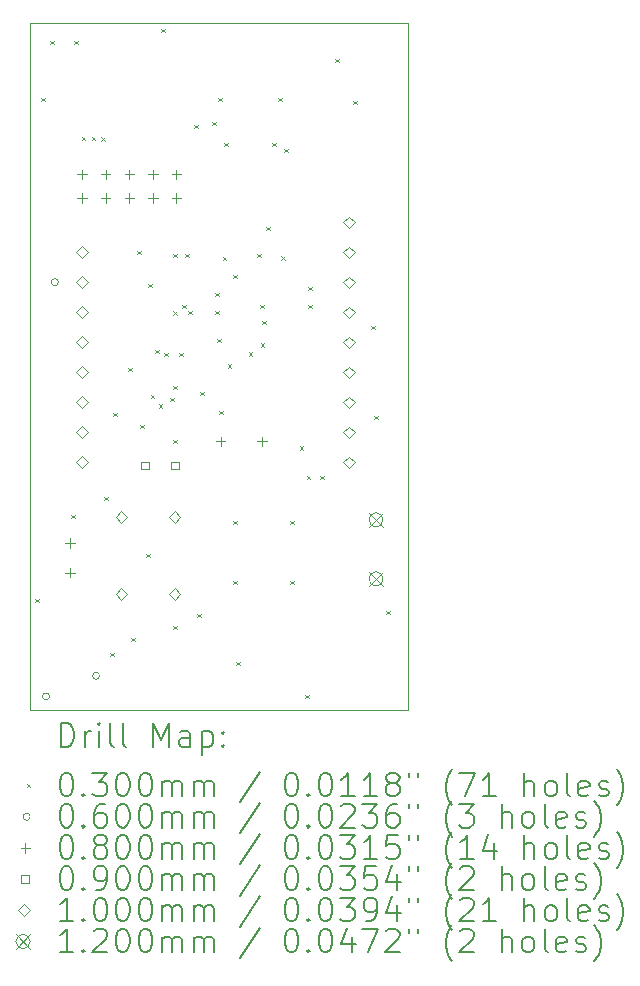
<source format=gbr>
%TF.GenerationSoftware,KiCad,Pcbnew,8.0.1*%
%TF.CreationDate,2024-04-13T01:21:34+02:00*%
%TF.ProjectId,controller_lpc1115_2MU_v1.04,636f6e74-726f-46c6-9c65-725f6c706331,rev?*%
%TF.SameCoordinates,Original*%
%TF.FileFunction,Drillmap*%
%TF.FilePolarity,Positive*%
%FSLAX45Y45*%
G04 Gerber Fmt 4.5, Leading zero omitted, Abs format (unit mm)*
G04 Created by KiCad (PCBNEW 8.0.1) date 2024-04-13 01:21:34*
%MOMM*%
%LPD*%
G01*
G04 APERTURE LIST*
%ADD10C,0.050000*%
%ADD11C,0.200000*%
%ADD12C,0.100000*%
%ADD13C,0.120000*%
G04 APERTURE END LIST*
D10*
X16453810Y-7714145D02*
X13253810Y-7714145D01*
X16453810Y-13524395D02*
X16453810Y-7714145D01*
X13253810Y-13524395D02*
X16453810Y-13524395D01*
X13253810Y-7714145D02*
X13253810Y-13524395D01*
D11*
D12*
X13294600Y-12583400D02*
X13324600Y-12613400D01*
X13324600Y-12583400D02*
X13294600Y-12613400D01*
X13345400Y-8341600D02*
X13375400Y-8371600D01*
X13375400Y-8341600D02*
X13345400Y-8371600D01*
X13421600Y-7859000D02*
X13451600Y-7889000D01*
X13451600Y-7859000D02*
X13421600Y-7889000D01*
X13599400Y-11872200D02*
X13629400Y-11902200D01*
X13629400Y-11872200D02*
X13599400Y-11902200D01*
X13624800Y-7859000D02*
X13654800Y-7889000D01*
X13654800Y-7859000D02*
X13624800Y-7889000D01*
X13689610Y-8672975D02*
X13719610Y-8702975D01*
X13719610Y-8672975D02*
X13689610Y-8702975D01*
X13771610Y-8673975D02*
X13801610Y-8703975D01*
X13801610Y-8673975D02*
X13771610Y-8703975D01*
X13854610Y-8674975D02*
X13884610Y-8704975D01*
X13884610Y-8674975D02*
X13854610Y-8704975D01*
X13878800Y-11719800D02*
X13908800Y-11749800D01*
X13908800Y-11719800D02*
X13878800Y-11749800D01*
X13929600Y-13040600D02*
X13959600Y-13070600D01*
X13959600Y-13040600D02*
X13929600Y-13070600D01*
X13955000Y-11008600D02*
X13985000Y-11038600D01*
X13985000Y-11008600D02*
X13955000Y-11038600D01*
X14082000Y-10627600D02*
X14112000Y-10657600D01*
X14112000Y-10627600D02*
X14082000Y-10657600D01*
X14107400Y-12913600D02*
X14137400Y-12943600D01*
X14137400Y-12913600D02*
X14107400Y-12943600D01*
X14158200Y-9637000D02*
X14188200Y-9667000D01*
X14188200Y-9637000D02*
X14158200Y-9667000D01*
X14183600Y-11110200D02*
X14213600Y-11140200D01*
X14213600Y-11110200D02*
X14183600Y-11140200D01*
X14234400Y-12202400D02*
X14264400Y-12232400D01*
X14264400Y-12202400D02*
X14234400Y-12232400D01*
X14249505Y-9916400D02*
X14279505Y-9946400D01*
X14279505Y-9916400D02*
X14249505Y-9946400D01*
X14271850Y-10856200D02*
X14301850Y-10886200D01*
X14301850Y-10856200D02*
X14271850Y-10886200D01*
X14310314Y-10475200D02*
X14340314Y-10505200D01*
X14340314Y-10475200D02*
X14310314Y-10505200D01*
X14341508Y-10938942D02*
X14371508Y-10968942D01*
X14371508Y-10938942D02*
X14341508Y-10968942D01*
X14361400Y-7757400D02*
X14391400Y-7787400D01*
X14391400Y-7757400D02*
X14361400Y-7787400D01*
X14386514Y-10500600D02*
X14416514Y-10530600D01*
X14416514Y-10500600D02*
X14386514Y-10530600D01*
X14437600Y-10881600D02*
X14467600Y-10911600D01*
X14467600Y-10881600D02*
X14437600Y-10911600D01*
X14463000Y-9662400D02*
X14493000Y-9692400D01*
X14493000Y-9662400D02*
X14463000Y-9692400D01*
X14463000Y-10149280D02*
X14493000Y-10179280D01*
X14493000Y-10149280D02*
X14463000Y-10179280D01*
X14463000Y-10780000D02*
X14493000Y-10810000D01*
X14493000Y-10780000D02*
X14463000Y-10810000D01*
X14463000Y-11237200D02*
X14493000Y-11267200D01*
X14493000Y-11237200D02*
X14463000Y-11267200D01*
X14463000Y-12812000D02*
X14493000Y-12842000D01*
X14493000Y-12812000D02*
X14463000Y-12842000D01*
X14513800Y-10500600D02*
X14543800Y-10530600D01*
X14543800Y-10500600D02*
X14513800Y-10530600D01*
X14540502Y-10095502D02*
X14570502Y-10125502D01*
X14570502Y-10095502D02*
X14540502Y-10125502D01*
X14564600Y-9662400D02*
X14594600Y-9692400D01*
X14594600Y-9662400D02*
X14564600Y-9692400D01*
X14590000Y-10145000D02*
X14620000Y-10175000D01*
X14620000Y-10145000D02*
X14590000Y-10175000D01*
X14640800Y-8570200D02*
X14670800Y-8600200D01*
X14670800Y-8570200D02*
X14640800Y-8600200D01*
X14666200Y-12710400D02*
X14696200Y-12740400D01*
X14696200Y-12710400D02*
X14666200Y-12740400D01*
X14691600Y-10830800D02*
X14721600Y-10860800D01*
X14721600Y-10830800D02*
X14691600Y-10860800D01*
X14793200Y-8544800D02*
X14823200Y-8574800D01*
X14823200Y-8544800D02*
X14793200Y-8574800D01*
X14818600Y-9992600D02*
X14848600Y-10022600D01*
X14848600Y-9992600D02*
X14818600Y-10022600D01*
X14818600Y-10145000D02*
X14848600Y-10175000D01*
X14848600Y-10145000D02*
X14818600Y-10175000D01*
X14836830Y-10384405D02*
X14866830Y-10414405D01*
X14866830Y-10384405D02*
X14836830Y-10414405D01*
X14844000Y-8341600D02*
X14874000Y-8371600D01*
X14874000Y-8341600D02*
X14844000Y-8371600D01*
X14852830Y-10991405D02*
X14882830Y-11021405D01*
X14882830Y-10991405D02*
X14852830Y-11021405D01*
X14882100Y-9687800D02*
X14912100Y-9717800D01*
X14912100Y-9687800D02*
X14882100Y-9717800D01*
X14894800Y-8722600D02*
X14924800Y-8752600D01*
X14924800Y-8722600D02*
X14894800Y-8752600D01*
X14923877Y-10598523D02*
X14953877Y-10628523D01*
X14953877Y-10598523D02*
X14923877Y-10628523D01*
X14971000Y-9840200D02*
X15001000Y-9870200D01*
X15001000Y-9840200D02*
X14971000Y-9870200D01*
X14971000Y-11923000D02*
X15001000Y-11953000D01*
X15001000Y-11923000D02*
X14971000Y-11953000D01*
X14971000Y-12431000D02*
X15001000Y-12461000D01*
X15001000Y-12431000D02*
X14971000Y-12461000D01*
X14996400Y-13116800D02*
X15026400Y-13146800D01*
X15026400Y-13116800D02*
X14996400Y-13146800D01*
X15101561Y-10498462D02*
X15131561Y-10528462D01*
X15131561Y-10498462D02*
X15101561Y-10528462D01*
X15174200Y-9662400D02*
X15204200Y-9692400D01*
X15204200Y-9662400D02*
X15174200Y-9692400D01*
X15199600Y-10094200D02*
X15229600Y-10124200D01*
X15229600Y-10094200D02*
X15199600Y-10124200D01*
X15204590Y-10419495D02*
X15234590Y-10449495D01*
X15234590Y-10419495D02*
X15204590Y-10449495D01*
X15214450Y-10228995D02*
X15244450Y-10258995D01*
X15244450Y-10228995D02*
X15214450Y-10258995D01*
X15250400Y-9433800D02*
X15280400Y-9463800D01*
X15280400Y-9433800D02*
X15250400Y-9463800D01*
X15301200Y-8722600D02*
X15331200Y-8752600D01*
X15331200Y-8722600D02*
X15301200Y-8752600D01*
X15352000Y-8341600D02*
X15382000Y-8371600D01*
X15382000Y-8341600D02*
X15352000Y-8371600D01*
X15379032Y-9684895D02*
X15409032Y-9714895D01*
X15409032Y-9684895D02*
X15379032Y-9714895D01*
X15402800Y-8773400D02*
X15432800Y-8803400D01*
X15432800Y-8773400D02*
X15402800Y-8803400D01*
X15453600Y-11923000D02*
X15483600Y-11953000D01*
X15483600Y-11923000D02*
X15453600Y-11953000D01*
X15453600Y-12431000D02*
X15483600Y-12461000D01*
X15483600Y-12431000D02*
X15453600Y-12461000D01*
X15533130Y-11292140D02*
X15563130Y-11322140D01*
X15563130Y-11292140D02*
X15533130Y-11322140D01*
X15580600Y-13396200D02*
X15610600Y-13426200D01*
X15610600Y-13396200D02*
X15580600Y-13426200D01*
X15591940Y-11544080D02*
X15621940Y-11574080D01*
X15621940Y-11544080D02*
X15591940Y-11574080D01*
X15606000Y-9941800D02*
X15636000Y-9971800D01*
X15636000Y-9941800D02*
X15606000Y-9971800D01*
X15606000Y-10094200D02*
X15636000Y-10124200D01*
X15636000Y-10094200D02*
X15606000Y-10124200D01*
X15707600Y-11542000D02*
X15737600Y-11572000D01*
X15737600Y-11542000D02*
X15707600Y-11572000D01*
X15834600Y-8011400D02*
X15864600Y-8041400D01*
X15864600Y-8011400D02*
X15834600Y-8041400D01*
X15987000Y-8367000D02*
X16017000Y-8397000D01*
X16017000Y-8367000D02*
X15987000Y-8397000D01*
X16139400Y-10272000D02*
X16169400Y-10302000D01*
X16169400Y-10272000D02*
X16139400Y-10302000D01*
X16164800Y-11034000D02*
X16194800Y-11064000D01*
X16194800Y-11034000D02*
X16164800Y-11064000D01*
X16266400Y-12685000D02*
X16296400Y-12715000D01*
X16296400Y-12685000D02*
X16266400Y-12715000D01*
X13415800Y-13411200D02*
G75*
G02*
X13355800Y-13411200I-30000J0D01*
G01*
X13355800Y-13411200D02*
G75*
G02*
X13415800Y-13411200I30000J0D01*
G01*
X13490280Y-9904280D02*
G75*
G02*
X13430280Y-9904280I-30000J0D01*
G01*
X13430280Y-9904280D02*
G75*
G02*
X13490280Y-9904280I30000J0D01*
G01*
X13839680Y-13238180D02*
G75*
G02*
X13779680Y-13238180I-30000J0D01*
G01*
X13779680Y-13238180D02*
G75*
G02*
X13839680Y-13238180I30000J0D01*
G01*
X13589000Y-12073311D02*
X13589000Y-12153311D01*
X13549000Y-12113311D02*
X13629000Y-12113311D01*
X13589000Y-12323311D02*
X13589000Y-12403311D01*
X13549000Y-12363311D02*
X13629000Y-12363311D01*
X13690600Y-8951600D02*
X13690600Y-9031600D01*
X13650600Y-8991600D02*
X13730600Y-8991600D01*
X13690600Y-9151600D02*
X13690600Y-9231600D01*
X13650600Y-9191600D02*
X13730600Y-9191600D01*
X13890600Y-8951600D02*
X13890600Y-9031600D01*
X13850600Y-8991600D02*
X13930600Y-8991600D01*
X13890600Y-9151600D02*
X13890600Y-9231600D01*
X13850600Y-9191600D02*
X13930600Y-9191600D01*
X14090600Y-8951600D02*
X14090600Y-9031600D01*
X14050600Y-8991600D02*
X14130600Y-8991600D01*
X14090600Y-9151600D02*
X14090600Y-9231600D01*
X14050600Y-9191600D02*
X14130600Y-9191600D01*
X14290600Y-8951600D02*
X14290600Y-9031600D01*
X14250600Y-8991600D02*
X14330600Y-8991600D01*
X14290600Y-9151600D02*
X14290600Y-9231600D01*
X14250600Y-9191600D02*
X14330600Y-9191600D01*
X14490600Y-8951600D02*
X14490600Y-9031600D01*
X14450600Y-8991600D02*
X14530600Y-8991600D01*
X14490600Y-9151600D02*
X14490600Y-9231600D01*
X14450600Y-9191600D02*
X14530600Y-9191600D01*
X14864600Y-11212200D02*
X14864600Y-11292200D01*
X14824600Y-11252200D02*
X14904600Y-11252200D01*
X15214600Y-11212200D02*
X15214600Y-11292200D01*
X15174600Y-11252200D02*
X15254600Y-11252200D01*
X14256320Y-11487220D02*
X14256320Y-11423580D01*
X14192680Y-11423580D01*
X14192680Y-11487220D01*
X14256320Y-11487220D01*
X14510320Y-11487220D02*
X14510320Y-11423580D01*
X14446680Y-11423580D01*
X14446680Y-11487220D01*
X14510320Y-11487220D01*
X13690600Y-9702000D02*
X13740600Y-9652000D01*
X13690600Y-9602000D01*
X13640600Y-9652000D01*
X13690600Y-9702000D01*
X13690600Y-9956000D02*
X13740600Y-9906000D01*
X13690600Y-9856000D01*
X13640600Y-9906000D01*
X13690600Y-9956000D01*
X13690600Y-10210000D02*
X13740600Y-10160000D01*
X13690600Y-10110000D01*
X13640600Y-10160000D01*
X13690600Y-10210000D01*
X13690600Y-10464000D02*
X13740600Y-10414000D01*
X13690600Y-10364000D01*
X13640600Y-10414000D01*
X13690600Y-10464000D01*
X13690600Y-10718000D02*
X13740600Y-10668000D01*
X13690600Y-10618000D01*
X13640600Y-10668000D01*
X13690600Y-10718000D01*
X13690600Y-10972000D02*
X13740600Y-10922000D01*
X13690600Y-10872000D01*
X13640600Y-10922000D01*
X13690600Y-10972000D01*
X13690600Y-11226000D02*
X13740600Y-11176000D01*
X13690600Y-11126000D01*
X13640600Y-11176000D01*
X13690600Y-11226000D01*
X13690600Y-11480000D02*
X13740600Y-11430000D01*
X13690600Y-11380000D01*
X13640600Y-11430000D01*
X13690600Y-11480000D01*
X14024400Y-11942400D02*
X14074400Y-11892400D01*
X14024400Y-11842400D01*
X13974400Y-11892400D01*
X14024400Y-11942400D01*
X14024400Y-12592400D02*
X14074400Y-12542400D01*
X14024400Y-12492400D01*
X13974400Y-12542400D01*
X14024400Y-12592400D01*
X14474400Y-11942400D02*
X14524400Y-11892400D01*
X14474400Y-11842400D01*
X14424400Y-11892400D01*
X14474400Y-11942400D01*
X14474400Y-12592400D02*
X14524400Y-12542400D01*
X14474400Y-12492400D01*
X14424400Y-12542400D01*
X14474400Y-12592400D01*
X15951200Y-9449000D02*
X16001200Y-9399000D01*
X15951200Y-9349000D01*
X15901200Y-9399000D01*
X15951200Y-9449000D01*
X15951200Y-9703000D02*
X16001200Y-9653000D01*
X15951200Y-9603000D01*
X15901200Y-9653000D01*
X15951200Y-9703000D01*
X15951200Y-9957000D02*
X16001200Y-9907000D01*
X15951200Y-9857000D01*
X15901200Y-9907000D01*
X15951200Y-9957000D01*
X15951200Y-10211000D02*
X16001200Y-10161000D01*
X15951200Y-10111000D01*
X15901200Y-10161000D01*
X15951200Y-10211000D01*
X15951200Y-10465000D02*
X16001200Y-10415000D01*
X15951200Y-10365000D01*
X15901200Y-10415000D01*
X15951200Y-10465000D01*
X15951200Y-10719000D02*
X16001200Y-10669000D01*
X15951200Y-10619000D01*
X15901200Y-10669000D01*
X15951200Y-10719000D01*
X15951200Y-10973000D02*
X16001200Y-10923000D01*
X15951200Y-10873000D01*
X15901200Y-10923000D01*
X15951200Y-10973000D01*
X15951200Y-11227000D02*
X16001200Y-11177000D01*
X15951200Y-11127000D01*
X15901200Y-11177000D01*
X15951200Y-11227000D01*
X15951200Y-11481000D02*
X16001200Y-11431000D01*
X15951200Y-11381000D01*
X15901200Y-11431000D01*
X15951200Y-11481000D01*
D13*
X16119800Y-11856600D02*
X16239800Y-11976600D01*
X16239800Y-11856600D02*
X16119800Y-11976600D01*
X16239800Y-11916600D02*
G75*
G02*
X16119800Y-11916600I-60000J0D01*
G01*
X16119800Y-11916600D02*
G75*
G02*
X16239800Y-11916600I60000J0D01*
G01*
X16119800Y-12356600D02*
X16239800Y-12476600D01*
X16239800Y-12356600D02*
X16119800Y-12476600D01*
X16239800Y-12416600D02*
G75*
G02*
X16119800Y-12416600I-60000J0D01*
G01*
X16119800Y-12416600D02*
G75*
G02*
X16239800Y-12416600I60000J0D01*
G01*
D11*
X13512087Y-13838379D02*
X13512087Y-13638379D01*
X13512087Y-13638379D02*
X13559706Y-13638379D01*
X13559706Y-13638379D02*
X13588277Y-13647903D01*
X13588277Y-13647903D02*
X13607325Y-13666950D01*
X13607325Y-13666950D02*
X13616849Y-13685998D01*
X13616849Y-13685998D02*
X13626372Y-13724093D01*
X13626372Y-13724093D02*
X13626372Y-13752664D01*
X13626372Y-13752664D02*
X13616849Y-13790760D01*
X13616849Y-13790760D02*
X13607325Y-13809807D01*
X13607325Y-13809807D02*
X13588277Y-13828855D01*
X13588277Y-13828855D02*
X13559706Y-13838379D01*
X13559706Y-13838379D02*
X13512087Y-13838379D01*
X13712087Y-13838379D02*
X13712087Y-13705045D01*
X13712087Y-13743141D02*
X13721611Y-13724093D01*
X13721611Y-13724093D02*
X13731134Y-13714569D01*
X13731134Y-13714569D02*
X13750182Y-13705045D01*
X13750182Y-13705045D02*
X13769230Y-13705045D01*
X13835896Y-13838379D02*
X13835896Y-13705045D01*
X13835896Y-13638379D02*
X13826372Y-13647903D01*
X13826372Y-13647903D02*
X13835896Y-13657426D01*
X13835896Y-13657426D02*
X13845420Y-13647903D01*
X13845420Y-13647903D02*
X13835896Y-13638379D01*
X13835896Y-13638379D02*
X13835896Y-13657426D01*
X13959706Y-13838379D02*
X13940658Y-13828855D01*
X13940658Y-13828855D02*
X13931134Y-13809807D01*
X13931134Y-13809807D02*
X13931134Y-13638379D01*
X14064468Y-13838379D02*
X14045420Y-13828855D01*
X14045420Y-13828855D02*
X14035896Y-13809807D01*
X14035896Y-13809807D02*
X14035896Y-13638379D01*
X14293039Y-13838379D02*
X14293039Y-13638379D01*
X14293039Y-13638379D02*
X14359706Y-13781236D01*
X14359706Y-13781236D02*
X14426372Y-13638379D01*
X14426372Y-13638379D02*
X14426372Y-13838379D01*
X14607325Y-13838379D02*
X14607325Y-13733617D01*
X14607325Y-13733617D02*
X14597801Y-13714569D01*
X14597801Y-13714569D02*
X14578753Y-13705045D01*
X14578753Y-13705045D02*
X14540658Y-13705045D01*
X14540658Y-13705045D02*
X14521611Y-13714569D01*
X14607325Y-13828855D02*
X14588277Y-13838379D01*
X14588277Y-13838379D02*
X14540658Y-13838379D01*
X14540658Y-13838379D02*
X14521611Y-13828855D01*
X14521611Y-13828855D02*
X14512087Y-13809807D01*
X14512087Y-13809807D02*
X14512087Y-13790760D01*
X14512087Y-13790760D02*
X14521611Y-13771712D01*
X14521611Y-13771712D02*
X14540658Y-13762188D01*
X14540658Y-13762188D02*
X14588277Y-13762188D01*
X14588277Y-13762188D02*
X14607325Y-13752664D01*
X14702563Y-13705045D02*
X14702563Y-13905045D01*
X14702563Y-13714569D02*
X14721611Y-13705045D01*
X14721611Y-13705045D02*
X14759706Y-13705045D01*
X14759706Y-13705045D02*
X14778753Y-13714569D01*
X14778753Y-13714569D02*
X14788277Y-13724093D01*
X14788277Y-13724093D02*
X14797801Y-13743141D01*
X14797801Y-13743141D02*
X14797801Y-13800283D01*
X14797801Y-13800283D02*
X14788277Y-13819331D01*
X14788277Y-13819331D02*
X14778753Y-13828855D01*
X14778753Y-13828855D02*
X14759706Y-13838379D01*
X14759706Y-13838379D02*
X14721611Y-13838379D01*
X14721611Y-13838379D02*
X14702563Y-13828855D01*
X14883515Y-13819331D02*
X14893039Y-13828855D01*
X14893039Y-13828855D02*
X14883515Y-13838379D01*
X14883515Y-13838379D02*
X14873992Y-13828855D01*
X14873992Y-13828855D02*
X14883515Y-13819331D01*
X14883515Y-13819331D02*
X14883515Y-13838379D01*
X14883515Y-13714569D02*
X14893039Y-13724093D01*
X14893039Y-13724093D02*
X14883515Y-13733617D01*
X14883515Y-13733617D02*
X14873992Y-13724093D01*
X14873992Y-13724093D02*
X14883515Y-13714569D01*
X14883515Y-13714569D02*
X14883515Y-13733617D01*
D12*
X13221310Y-14151895D02*
X13251310Y-14181895D01*
X13251310Y-14151895D02*
X13221310Y-14181895D01*
D11*
X13550182Y-14058379D02*
X13569230Y-14058379D01*
X13569230Y-14058379D02*
X13588277Y-14067903D01*
X13588277Y-14067903D02*
X13597801Y-14077426D01*
X13597801Y-14077426D02*
X13607325Y-14096474D01*
X13607325Y-14096474D02*
X13616849Y-14134569D01*
X13616849Y-14134569D02*
X13616849Y-14182188D01*
X13616849Y-14182188D02*
X13607325Y-14220283D01*
X13607325Y-14220283D02*
X13597801Y-14239331D01*
X13597801Y-14239331D02*
X13588277Y-14248855D01*
X13588277Y-14248855D02*
X13569230Y-14258379D01*
X13569230Y-14258379D02*
X13550182Y-14258379D01*
X13550182Y-14258379D02*
X13531134Y-14248855D01*
X13531134Y-14248855D02*
X13521611Y-14239331D01*
X13521611Y-14239331D02*
X13512087Y-14220283D01*
X13512087Y-14220283D02*
X13502563Y-14182188D01*
X13502563Y-14182188D02*
X13502563Y-14134569D01*
X13502563Y-14134569D02*
X13512087Y-14096474D01*
X13512087Y-14096474D02*
X13521611Y-14077426D01*
X13521611Y-14077426D02*
X13531134Y-14067903D01*
X13531134Y-14067903D02*
X13550182Y-14058379D01*
X13702563Y-14239331D02*
X13712087Y-14248855D01*
X13712087Y-14248855D02*
X13702563Y-14258379D01*
X13702563Y-14258379D02*
X13693039Y-14248855D01*
X13693039Y-14248855D02*
X13702563Y-14239331D01*
X13702563Y-14239331D02*
X13702563Y-14258379D01*
X13778753Y-14058379D02*
X13902563Y-14058379D01*
X13902563Y-14058379D02*
X13835896Y-14134569D01*
X13835896Y-14134569D02*
X13864468Y-14134569D01*
X13864468Y-14134569D02*
X13883515Y-14144093D01*
X13883515Y-14144093D02*
X13893039Y-14153617D01*
X13893039Y-14153617D02*
X13902563Y-14172664D01*
X13902563Y-14172664D02*
X13902563Y-14220283D01*
X13902563Y-14220283D02*
X13893039Y-14239331D01*
X13893039Y-14239331D02*
X13883515Y-14248855D01*
X13883515Y-14248855D02*
X13864468Y-14258379D01*
X13864468Y-14258379D02*
X13807325Y-14258379D01*
X13807325Y-14258379D02*
X13788277Y-14248855D01*
X13788277Y-14248855D02*
X13778753Y-14239331D01*
X14026372Y-14058379D02*
X14045420Y-14058379D01*
X14045420Y-14058379D02*
X14064468Y-14067903D01*
X14064468Y-14067903D02*
X14073992Y-14077426D01*
X14073992Y-14077426D02*
X14083515Y-14096474D01*
X14083515Y-14096474D02*
X14093039Y-14134569D01*
X14093039Y-14134569D02*
X14093039Y-14182188D01*
X14093039Y-14182188D02*
X14083515Y-14220283D01*
X14083515Y-14220283D02*
X14073992Y-14239331D01*
X14073992Y-14239331D02*
X14064468Y-14248855D01*
X14064468Y-14248855D02*
X14045420Y-14258379D01*
X14045420Y-14258379D02*
X14026372Y-14258379D01*
X14026372Y-14258379D02*
X14007325Y-14248855D01*
X14007325Y-14248855D02*
X13997801Y-14239331D01*
X13997801Y-14239331D02*
X13988277Y-14220283D01*
X13988277Y-14220283D02*
X13978753Y-14182188D01*
X13978753Y-14182188D02*
X13978753Y-14134569D01*
X13978753Y-14134569D02*
X13988277Y-14096474D01*
X13988277Y-14096474D02*
X13997801Y-14077426D01*
X13997801Y-14077426D02*
X14007325Y-14067903D01*
X14007325Y-14067903D02*
X14026372Y-14058379D01*
X14216849Y-14058379D02*
X14235896Y-14058379D01*
X14235896Y-14058379D02*
X14254944Y-14067903D01*
X14254944Y-14067903D02*
X14264468Y-14077426D01*
X14264468Y-14077426D02*
X14273992Y-14096474D01*
X14273992Y-14096474D02*
X14283515Y-14134569D01*
X14283515Y-14134569D02*
X14283515Y-14182188D01*
X14283515Y-14182188D02*
X14273992Y-14220283D01*
X14273992Y-14220283D02*
X14264468Y-14239331D01*
X14264468Y-14239331D02*
X14254944Y-14248855D01*
X14254944Y-14248855D02*
X14235896Y-14258379D01*
X14235896Y-14258379D02*
X14216849Y-14258379D01*
X14216849Y-14258379D02*
X14197801Y-14248855D01*
X14197801Y-14248855D02*
X14188277Y-14239331D01*
X14188277Y-14239331D02*
X14178753Y-14220283D01*
X14178753Y-14220283D02*
X14169230Y-14182188D01*
X14169230Y-14182188D02*
X14169230Y-14134569D01*
X14169230Y-14134569D02*
X14178753Y-14096474D01*
X14178753Y-14096474D02*
X14188277Y-14077426D01*
X14188277Y-14077426D02*
X14197801Y-14067903D01*
X14197801Y-14067903D02*
X14216849Y-14058379D01*
X14369230Y-14258379D02*
X14369230Y-14125045D01*
X14369230Y-14144093D02*
X14378753Y-14134569D01*
X14378753Y-14134569D02*
X14397801Y-14125045D01*
X14397801Y-14125045D02*
X14426373Y-14125045D01*
X14426373Y-14125045D02*
X14445420Y-14134569D01*
X14445420Y-14134569D02*
X14454944Y-14153617D01*
X14454944Y-14153617D02*
X14454944Y-14258379D01*
X14454944Y-14153617D02*
X14464468Y-14134569D01*
X14464468Y-14134569D02*
X14483515Y-14125045D01*
X14483515Y-14125045D02*
X14512087Y-14125045D01*
X14512087Y-14125045D02*
X14531134Y-14134569D01*
X14531134Y-14134569D02*
X14540658Y-14153617D01*
X14540658Y-14153617D02*
X14540658Y-14258379D01*
X14635896Y-14258379D02*
X14635896Y-14125045D01*
X14635896Y-14144093D02*
X14645420Y-14134569D01*
X14645420Y-14134569D02*
X14664468Y-14125045D01*
X14664468Y-14125045D02*
X14693039Y-14125045D01*
X14693039Y-14125045D02*
X14712087Y-14134569D01*
X14712087Y-14134569D02*
X14721611Y-14153617D01*
X14721611Y-14153617D02*
X14721611Y-14258379D01*
X14721611Y-14153617D02*
X14731134Y-14134569D01*
X14731134Y-14134569D02*
X14750182Y-14125045D01*
X14750182Y-14125045D02*
X14778753Y-14125045D01*
X14778753Y-14125045D02*
X14797801Y-14134569D01*
X14797801Y-14134569D02*
X14807325Y-14153617D01*
X14807325Y-14153617D02*
X14807325Y-14258379D01*
X15197801Y-14048855D02*
X15026373Y-14305998D01*
X15454944Y-14058379D02*
X15473992Y-14058379D01*
X15473992Y-14058379D02*
X15493039Y-14067903D01*
X15493039Y-14067903D02*
X15502563Y-14077426D01*
X15502563Y-14077426D02*
X15512087Y-14096474D01*
X15512087Y-14096474D02*
X15521611Y-14134569D01*
X15521611Y-14134569D02*
X15521611Y-14182188D01*
X15521611Y-14182188D02*
X15512087Y-14220283D01*
X15512087Y-14220283D02*
X15502563Y-14239331D01*
X15502563Y-14239331D02*
X15493039Y-14248855D01*
X15493039Y-14248855D02*
X15473992Y-14258379D01*
X15473992Y-14258379D02*
X15454944Y-14258379D01*
X15454944Y-14258379D02*
X15435896Y-14248855D01*
X15435896Y-14248855D02*
X15426373Y-14239331D01*
X15426373Y-14239331D02*
X15416849Y-14220283D01*
X15416849Y-14220283D02*
X15407325Y-14182188D01*
X15407325Y-14182188D02*
X15407325Y-14134569D01*
X15407325Y-14134569D02*
X15416849Y-14096474D01*
X15416849Y-14096474D02*
X15426373Y-14077426D01*
X15426373Y-14077426D02*
X15435896Y-14067903D01*
X15435896Y-14067903D02*
X15454944Y-14058379D01*
X15607325Y-14239331D02*
X15616849Y-14248855D01*
X15616849Y-14248855D02*
X15607325Y-14258379D01*
X15607325Y-14258379D02*
X15597801Y-14248855D01*
X15597801Y-14248855D02*
X15607325Y-14239331D01*
X15607325Y-14239331D02*
X15607325Y-14258379D01*
X15740658Y-14058379D02*
X15759706Y-14058379D01*
X15759706Y-14058379D02*
X15778754Y-14067903D01*
X15778754Y-14067903D02*
X15788277Y-14077426D01*
X15788277Y-14077426D02*
X15797801Y-14096474D01*
X15797801Y-14096474D02*
X15807325Y-14134569D01*
X15807325Y-14134569D02*
X15807325Y-14182188D01*
X15807325Y-14182188D02*
X15797801Y-14220283D01*
X15797801Y-14220283D02*
X15788277Y-14239331D01*
X15788277Y-14239331D02*
X15778754Y-14248855D01*
X15778754Y-14248855D02*
X15759706Y-14258379D01*
X15759706Y-14258379D02*
X15740658Y-14258379D01*
X15740658Y-14258379D02*
X15721611Y-14248855D01*
X15721611Y-14248855D02*
X15712087Y-14239331D01*
X15712087Y-14239331D02*
X15702563Y-14220283D01*
X15702563Y-14220283D02*
X15693039Y-14182188D01*
X15693039Y-14182188D02*
X15693039Y-14134569D01*
X15693039Y-14134569D02*
X15702563Y-14096474D01*
X15702563Y-14096474D02*
X15712087Y-14077426D01*
X15712087Y-14077426D02*
X15721611Y-14067903D01*
X15721611Y-14067903D02*
X15740658Y-14058379D01*
X15997801Y-14258379D02*
X15883516Y-14258379D01*
X15940658Y-14258379D02*
X15940658Y-14058379D01*
X15940658Y-14058379D02*
X15921611Y-14086950D01*
X15921611Y-14086950D02*
X15902563Y-14105998D01*
X15902563Y-14105998D02*
X15883516Y-14115522D01*
X16188277Y-14258379D02*
X16073992Y-14258379D01*
X16131135Y-14258379D02*
X16131135Y-14058379D01*
X16131135Y-14058379D02*
X16112087Y-14086950D01*
X16112087Y-14086950D02*
X16093039Y-14105998D01*
X16093039Y-14105998D02*
X16073992Y-14115522D01*
X16302563Y-14144093D02*
X16283516Y-14134569D01*
X16283516Y-14134569D02*
X16273992Y-14125045D01*
X16273992Y-14125045D02*
X16264468Y-14105998D01*
X16264468Y-14105998D02*
X16264468Y-14096474D01*
X16264468Y-14096474D02*
X16273992Y-14077426D01*
X16273992Y-14077426D02*
X16283516Y-14067903D01*
X16283516Y-14067903D02*
X16302563Y-14058379D01*
X16302563Y-14058379D02*
X16340658Y-14058379D01*
X16340658Y-14058379D02*
X16359706Y-14067903D01*
X16359706Y-14067903D02*
X16369230Y-14077426D01*
X16369230Y-14077426D02*
X16378754Y-14096474D01*
X16378754Y-14096474D02*
X16378754Y-14105998D01*
X16378754Y-14105998D02*
X16369230Y-14125045D01*
X16369230Y-14125045D02*
X16359706Y-14134569D01*
X16359706Y-14134569D02*
X16340658Y-14144093D01*
X16340658Y-14144093D02*
X16302563Y-14144093D01*
X16302563Y-14144093D02*
X16283516Y-14153617D01*
X16283516Y-14153617D02*
X16273992Y-14163141D01*
X16273992Y-14163141D02*
X16264468Y-14182188D01*
X16264468Y-14182188D02*
X16264468Y-14220283D01*
X16264468Y-14220283D02*
X16273992Y-14239331D01*
X16273992Y-14239331D02*
X16283516Y-14248855D01*
X16283516Y-14248855D02*
X16302563Y-14258379D01*
X16302563Y-14258379D02*
X16340658Y-14258379D01*
X16340658Y-14258379D02*
X16359706Y-14248855D01*
X16359706Y-14248855D02*
X16369230Y-14239331D01*
X16369230Y-14239331D02*
X16378754Y-14220283D01*
X16378754Y-14220283D02*
X16378754Y-14182188D01*
X16378754Y-14182188D02*
X16369230Y-14163141D01*
X16369230Y-14163141D02*
X16359706Y-14153617D01*
X16359706Y-14153617D02*
X16340658Y-14144093D01*
X16454944Y-14058379D02*
X16454944Y-14096474D01*
X16531135Y-14058379D02*
X16531135Y-14096474D01*
X16826373Y-14334569D02*
X16816849Y-14325045D01*
X16816849Y-14325045D02*
X16797801Y-14296474D01*
X16797801Y-14296474D02*
X16788278Y-14277426D01*
X16788278Y-14277426D02*
X16778754Y-14248855D01*
X16778754Y-14248855D02*
X16769230Y-14201236D01*
X16769230Y-14201236D02*
X16769230Y-14163141D01*
X16769230Y-14163141D02*
X16778754Y-14115522D01*
X16778754Y-14115522D02*
X16788278Y-14086950D01*
X16788278Y-14086950D02*
X16797801Y-14067903D01*
X16797801Y-14067903D02*
X16816849Y-14039331D01*
X16816849Y-14039331D02*
X16826373Y-14029807D01*
X16883516Y-14058379D02*
X17016849Y-14058379D01*
X17016849Y-14058379D02*
X16931135Y-14258379D01*
X17197801Y-14258379D02*
X17083516Y-14258379D01*
X17140659Y-14258379D02*
X17140659Y-14058379D01*
X17140659Y-14058379D02*
X17121611Y-14086950D01*
X17121611Y-14086950D02*
X17102563Y-14105998D01*
X17102563Y-14105998D02*
X17083516Y-14115522D01*
X17435897Y-14258379D02*
X17435897Y-14058379D01*
X17521611Y-14258379D02*
X17521611Y-14153617D01*
X17521611Y-14153617D02*
X17512087Y-14134569D01*
X17512087Y-14134569D02*
X17493040Y-14125045D01*
X17493040Y-14125045D02*
X17464468Y-14125045D01*
X17464468Y-14125045D02*
X17445421Y-14134569D01*
X17445421Y-14134569D02*
X17435897Y-14144093D01*
X17645421Y-14258379D02*
X17626373Y-14248855D01*
X17626373Y-14248855D02*
X17616849Y-14239331D01*
X17616849Y-14239331D02*
X17607325Y-14220283D01*
X17607325Y-14220283D02*
X17607325Y-14163141D01*
X17607325Y-14163141D02*
X17616849Y-14144093D01*
X17616849Y-14144093D02*
X17626373Y-14134569D01*
X17626373Y-14134569D02*
X17645421Y-14125045D01*
X17645421Y-14125045D02*
X17673992Y-14125045D01*
X17673992Y-14125045D02*
X17693040Y-14134569D01*
X17693040Y-14134569D02*
X17702563Y-14144093D01*
X17702563Y-14144093D02*
X17712087Y-14163141D01*
X17712087Y-14163141D02*
X17712087Y-14220283D01*
X17712087Y-14220283D02*
X17702563Y-14239331D01*
X17702563Y-14239331D02*
X17693040Y-14248855D01*
X17693040Y-14248855D02*
X17673992Y-14258379D01*
X17673992Y-14258379D02*
X17645421Y-14258379D01*
X17826373Y-14258379D02*
X17807325Y-14248855D01*
X17807325Y-14248855D02*
X17797802Y-14229807D01*
X17797802Y-14229807D02*
X17797802Y-14058379D01*
X17978754Y-14248855D02*
X17959706Y-14258379D01*
X17959706Y-14258379D02*
X17921611Y-14258379D01*
X17921611Y-14258379D02*
X17902563Y-14248855D01*
X17902563Y-14248855D02*
X17893040Y-14229807D01*
X17893040Y-14229807D02*
X17893040Y-14153617D01*
X17893040Y-14153617D02*
X17902563Y-14134569D01*
X17902563Y-14134569D02*
X17921611Y-14125045D01*
X17921611Y-14125045D02*
X17959706Y-14125045D01*
X17959706Y-14125045D02*
X17978754Y-14134569D01*
X17978754Y-14134569D02*
X17988278Y-14153617D01*
X17988278Y-14153617D02*
X17988278Y-14172664D01*
X17988278Y-14172664D02*
X17893040Y-14191712D01*
X18064468Y-14248855D02*
X18083516Y-14258379D01*
X18083516Y-14258379D02*
X18121611Y-14258379D01*
X18121611Y-14258379D02*
X18140659Y-14248855D01*
X18140659Y-14248855D02*
X18150183Y-14229807D01*
X18150183Y-14229807D02*
X18150183Y-14220283D01*
X18150183Y-14220283D02*
X18140659Y-14201236D01*
X18140659Y-14201236D02*
X18121611Y-14191712D01*
X18121611Y-14191712D02*
X18093040Y-14191712D01*
X18093040Y-14191712D02*
X18073992Y-14182188D01*
X18073992Y-14182188D02*
X18064468Y-14163141D01*
X18064468Y-14163141D02*
X18064468Y-14153617D01*
X18064468Y-14153617D02*
X18073992Y-14134569D01*
X18073992Y-14134569D02*
X18093040Y-14125045D01*
X18093040Y-14125045D02*
X18121611Y-14125045D01*
X18121611Y-14125045D02*
X18140659Y-14134569D01*
X18216849Y-14334569D02*
X18226373Y-14325045D01*
X18226373Y-14325045D02*
X18245421Y-14296474D01*
X18245421Y-14296474D02*
X18254944Y-14277426D01*
X18254944Y-14277426D02*
X18264468Y-14248855D01*
X18264468Y-14248855D02*
X18273992Y-14201236D01*
X18273992Y-14201236D02*
X18273992Y-14163141D01*
X18273992Y-14163141D02*
X18264468Y-14115522D01*
X18264468Y-14115522D02*
X18254944Y-14086950D01*
X18254944Y-14086950D02*
X18245421Y-14067903D01*
X18245421Y-14067903D02*
X18226373Y-14039331D01*
X18226373Y-14039331D02*
X18216849Y-14029807D01*
D12*
X13251310Y-14430895D02*
G75*
G02*
X13191310Y-14430895I-30000J0D01*
G01*
X13191310Y-14430895D02*
G75*
G02*
X13251310Y-14430895I30000J0D01*
G01*
D11*
X13550182Y-14322379D02*
X13569230Y-14322379D01*
X13569230Y-14322379D02*
X13588277Y-14331903D01*
X13588277Y-14331903D02*
X13597801Y-14341426D01*
X13597801Y-14341426D02*
X13607325Y-14360474D01*
X13607325Y-14360474D02*
X13616849Y-14398569D01*
X13616849Y-14398569D02*
X13616849Y-14446188D01*
X13616849Y-14446188D02*
X13607325Y-14484283D01*
X13607325Y-14484283D02*
X13597801Y-14503331D01*
X13597801Y-14503331D02*
X13588277Y-14512855D01*
X13588277Y-14512855D02*
X13569230Y-14522379D01*
X13569230Y-14522379D02*
X13550182Y-14522379D01*
X13550182Y-14522379D02*
X13531134Y-14512855D01*
X13531134Y-14512855D02*
X13521611Y-14503331D01*
X13521611Y-14503331D02*
X13512087Y-14484283D01*
X13512087Y-14484283D02*
X13502563Y-14446188D01*
X13502563Y-14446188D02*
X13502563Y-14398569D01*
X13502563Y-14398569D02*
X13512087Y-14360474D01*
X13512087Y-14360474D02*
X13521611Y-14341426D01*
X13521611Y-14341426D02*
X13531134Y-14331903D01*
X13531134Y-14331903D02*
X13550182Y-14322379D01*
X13702563Y-14503331D02*
X13712087Y-14512855D01*
X13712087Y-14512855D02*
X13702563Y-14522379D01*
X13702563Y-14522379D02*
X13693039Y-14512855D01*
X13693039Y-14512855D02*
X13702563Y-14503331D01*
X13702563Y-14503331D02*
X13702563Y-14522379D01*
X13883515Y-14322379D02*
X13845420Y-14322379D01*
X13845420Y-14322379D02*
X13826372Y-14331903D01*
X13826372Y-14331903D02*
X13816849Y-14341426D01*
X13816849Y-14341426D02*
X13797801Y-14369998D01*
X13797801Y-14369998D02*
X13788277Y-14408093D01*
X13788277Y-14408093D02*
X13788277Y-14484283D01*
X13788277Y-14484283D02*
X13797801Y-14503331D01*
X13797801Y-14503331D02*
X13807325Y-14512855D01*
X13807325Y-14512855D02*
X13826372Y-14522379D01*
X13826372Y-14522379D02*
X13864468Y-14522379D01*
X13864468Y-14522379D02*
X13883515Y-14512855D01*
X13883515Y-14512855D02*
X13893039Y-14503331D01*
X13893039Y-14503331D02*
X13902563Y-14484283D01*
X13902563Y-14484283D02*
X13902563Y-14436664D01*
X13902563Y-14436664D02*
X13893039Y-14417617D01*
X13893039Y-14417617D02*
X13883515Y-14408093D01*
X13883515Y-14408093D02*
X13864468Y-14398569D01*
X13864468Y-14398569D02*
X13826372Y-14398569D01*
X13826372Y-14398569D02*
X13807325Y-14408093D01*
X13807325Y-14408093D02*
X13797801Y-14417617D01*
X13797801Y-14417617D02*
X13788277Y-14436664D01*
X14026372Y-14322379D02*
X14045420Y-14322379D01*
X14045420Y-14322379D02*
X14064468Y-14331903D01*
X14064468Y-14331903D02*
X14073992Y-14341426D01*
X14073992Y-14341426D02*
X14083515Y-14360474D01*
X14083515Y-14360474D02*
X14093039Y-14398569D01*
X14093039Y-14398569D02*
X14093039Y-14446188D01*
X14093039Y-14446188D02*
X14083515Y-14484283D01*
X14083515Y-14484283D02*
X14073992Y-14503331D01*
X14073992Y-14503331D02*
X14064468Y-14512855D01*
X14064468Y-14512855D02*
X14045420Y-14522379D01*
X14045420Y-14522379D02*
X14026372Y-14522379D01*
X14026372Y-14522379D02*
X14007325Y-14512855D01*
X14007325Y-14512855D02*
X13997801Y-14503331D01*
X13997801Y-14503331D02*
X13988277Y-14484283D01*
X13988277Y-14484283D02*
X13978753Y-14446188D01*
X13978753Y-14446188D02*
X13978753Y-14398569D01*
X13978753Y-14398569D02*
X13988277Y-14360474D01*
X13988277Y-14360474D02*
X13997801Y-14341426D01*
X13997801Y-14341426D02*
X14007325Y-14331903D01*
X14007325Y-14331903D02*
X14026372Y-14322379D01*
X14216849Y-14322379D02*
X14235896Y-14322379D01*
X14235896Y-14322379D02*
X14254944Y-14331903D01*
X14254944Y-14331903D02*
X14264468Y-14341426D01*
X14264468Y-14341426D02*
X14273992Y-14360474D01*
X14273992Y-14360474D02*
X14283515Y-14398569D01*
X14283515Y-14398569D02*
X14283515Y-14446188D01*
X14283515Y-14446188D02*
X14273992Y-14484283D01*
X14273992Y-14484283D02*
X14264468Y-14503331D01*
X14264468Y-14503331D02*
X14254944Y-14512855D01*
X14254944Y-14512855D02*
X14235896Y-14522379D01*
X14235896Y-14522379D02*
X14216849Y-14522379D01*
X14216849Y-14522379D02*
X14197801Y-14512855D01*
X14197801Y-14512855D02*
X14188277Y-14503331D01*
X14188277Y-14503331D02*
X14178753Y-14484283D01*
X14178753Y-14484283D02*
X14169230Y-14446188D01*
X14169230Y-14446188D02*
X14169230Y-14398569D01*
X14169230Y-14398569D02*
X14178753Y-14360474D01*
X14178753Y-14360474D02*
X14188277Y-14341426D01*
X14188277Y-14341426D02*
X14197801Y-14331903D01*
X14197801Y-14331903D02*
X14216849Y-14322379D01*
X14369230Y-14522379D02*
X14369230Y-14389045D01*
X14369230Y-14408093D02*
X14378753Y-14398569D01*
X14378753Y-14398569D02*
X14397801Y-14389045D01*
X14397801Y-14389045D02*
X14426373Y-14389045D01*
X14426373Y-14389045D02*
X14445420Y-14398569D01*
X14445420Y-14398569D02*
X14454944Y-14417617D01*
X14454944Y-14417617D02*
X14454944Y-14522379D01*
X14454944Y-14417617D02*
X14464468Y-14398569D01*
X14464468Y-14398569D02*
X14483515Y-14389045D01*
X14483515Y-14389045D02*
X14512087Y-14389045D01*
X14512087Y-14389045D02*
X14531134Y-14398569D01*
X14531134Y-14398569D02*
X14540658Y-14417617D01*
X14540658Y-14417617D02*
X14540658Y-14522379D01*
X14635896Y-14522379D02*
X14635896Y-14389045D01*
X14635896Y-14408093D02*
X14645420Y-14398569D01*
X14645420Y-14398569D02*
X14664468Y-14389045D01*
X14664468Y-14389045D02*
X14693039Y-14389045D01*
X14693039Y-14389045D02*
X14712087Y-14398569D01*
X14712087Y-14398569D02*
X14721611Y-14417617D01*
X14721611Y-14417617D02*
X14721611Y-14522379D01*
X14721611Y-14417617D02*
X14731134Y-14398569D01*
X14731134Y-14398569D02*
X14750182Y-14389045D01*
X14750182Y-14389045D02*
X14778753Y-14389045D01*
X14778753Y-14389045D02*
X14797801Y-14398569D01*
X14797801Y-14398569D02*
X14807325Y-14417617D01*
X14807325Y-14417617D02*
X14807325Y-14522379D01*
X15197801Y-14312855D02*
X15026373Y-14569998D01*
X15454944Y-14322379D02*
X15473992Y-14322379D01*
X15473992Y-14322379D02*
X15493039Y-14331903D01*
X15493039Y-14331903D02*
X15502563Y-14341426D01*
X15502563Y-14341426D02*
X15512087Y-14360474D01*
X15512087Y-14360474D02*
X15521611Y-14398569D01*
X15521611Y-14398569D02*
X15521611Y-14446188D01*
X15521611Y-14446188D02*
X15512087Y-14484283D01*
X15512087Y-14484283D02*
X15502563Y-14503331D01*
X15502563Y-14503331D02*
X15493039Y-14512855D01*
X15493039Y-14512855D02*
X15473992Y-14522379D01*
X15473992Y-14522379D02*
X15454944Y-14522379D01*
X15454944Y-14522379D02*
X15435896Y-14512855D01*
X15435896Y-14512855D02*
X15426373Y-14503331D01*
X15426373Y-14503331D02*
X15416849Y-14484283D01*
X15416849Y-14484283D02*
X15407325Y-14446188D01*
X15407325Y-14446188D02*
X15407325Y-14398569D01*
X15407325Y-14398569D02*
X15416849Y-14360474D01*
X15416849Y-14360474D02*
X15426373Y-14341426D01*
X15426373Y-14341426D02*
X15435896Y-14331903D01*
X15435896Y-14331903D02*
X15454944Y-14322379D01*
X15607325Y-14503331D02*
X15616849Y-14512855D01*
X15616849Y-14512855D02*
X15607325Y-14522379D01*
X15607325Y-14522379D02*
X15597801Y-14512855D01*
X15597801Y-14512855D02*
X15607325Y-14503331D01*
X15607325Y-14503331D02*
X15607325Y-14522379D01*
X15740658Y-14322379D02*
X15759706Y-14322379D01*
X15759706Y-14322379D02*
X15778754Y-14331903D01*
X15778754Y-14331903D02*
X15788277Y-14341426D01*
X15788277Y-14341426D02*
X15797801Y-14360474D01*
X15797801Y-14360474D02*
X15807325Y-14398569D01*
X15807325Y-14398569D02*
X15807325Y-14446188D01*
X15807325Y-14446188D02*
X15797801Y-14484283D01*
X15797801Y-14484283D02*
X15788277Y-14503331D01*
X15788277Y-14503331D02*
X15778754Y-14512855D01*
X15778754Y-14512855D02*
X15759706Y-14522379D01*
X15759706Y-14522379D02*
X15740658Y-14522379D01*
X15740658Y-14522379D02*
X15721611Y-14512855D01*
X15721611Y-14512855D02*
X15712087Y-14503331D01*
X15712087Y-14503331D02*
X15702563Y-14484283D01*
X15702563Y-14484283D02*
X15693039Y-14446188D01*
X15693039Y-14446188D02*
X15693039Y-14398569D01*
X15693039Y-14398569D02*
X15702563Y-14360474D01*
X15702563Y-14360474D02*
X15712087Y-14341426D01*
X15712087Y-14341426D02*
X15721611Y-14331903D01*
X15721611Y-14331903D02*
X15740658Y-14322379D01*
X15883516Y-14341426D02*
X15893039Y-14331903D01*
X15893039Y-14331903D02*
X15912087Y-14322379D01*
X15912087Y-14322379D02*
X15959706Y-14322379D01*
X15959706Y-14322379D02*
X15978754Y-14331903D01*
X15978754Y-14331903D02*
X15988277Y-14341426D01*
X15988277Y-14341426D02*
X15997801Y-14360474D01*
X15997801Y-14360474D02*
X15997801Y-14379522D01*
X15997801Y-14379522D02*
X15988277Y-14408093D01*
X15988277Y-14408093D02*
X15873992Y-14522379D01*
X15873992Y-14522379D02*
X15997801Y-14522379D01*
X16064468Y-14322379D02*
X16188277Y-14322379D01*
X16188277Y-14322379D02*
X16121611Y-14398569D01*
X16121611Y-14398569D02*
X16150182Y-14398569D01*
X16150182Y-14398569D02*
X16169230Y-14408093D01*
X16169230Y-14408093D02*
X16178754Y-14417617D01*
X16178754Y-14417617D02*
X16188277Y-14436664D01*
X16188277Y-14436664D02*
X16188277Y-14484283D01*
X16188277Y-14484283D02*
X16178754Y-14503331D01*
X16178754Y-14503331D02*
X16169230Y-14512855D01*
X16169230Y-14512855D02*
X16150182Y-14522379D01*
X16150182Y-14522379D02*
X16093039Y-14522379D01*
X16093039Y-14522379D02*
X16073992Y-14512855D01*
X16073992Y-14512855D02*
X16064468Y-14503331D01*
X16359706Y-14322379D02*
X16321611Y-14322379D01*
X16321611Y-14322379D02*
X16302563Y-14331903D01*
X16302563Y-14331903D02*
X16293039Y-14341426D01*
X16293039Y-14341426D02*
X16273992Y-14369998D01*
X16273992Y-14369998D02*
X16264468Y-14408093D01*
X16264468Y-14408093D02*
X16264468Y-14484283D01*
X16264468Y-14484283D02*
X16273992Y-14503331D01*
X16273992Y-14503331D02*
X16283516Y-14512855D01*
X16283516Y-14512855D02*
X16302563Y-14522379D01*
X16302563Y-14522379D02*
X16340658Y-14522379D01*
X16340658Y-14522379D02*
X16359706Y-14512855D01*
X16359706Y-14512855D02*
X16369230Y-14503331D01*
X16369230Y-14503331D02*
X16378754Y-14484283D01*
X16378754Y-14484283D02*
X16378754Y-14436664D01*
X16378754Y-14436664D02*
X16369230Y-14417617D01*
X16369230Y-14417617D02*
X16359706Y-14408093D01*
X16359706Y-14408093D02*
X16340658Y-14398569D01*
X16340658Y-14398569D02*
X16302563Y-14398569D01*
X16302563Y-14398569D02*
X16283516Y-14408093D01*
X16283516Y-14408093D02*
X16273992Y-14417617D01*
X16273992Y-14417617D02*
X16264468Y-14436664D01*
X16454944Y-14322379D02*
X16454944Y-14360474D01*
X16531135Y-14322379D02*
X16531135Y-14360474D01*
X16826373Y-14598569D02*
X16816849Y-14589045D01*
X16816849Y-14589045D02*
X16797801Y-14560474D01*
X16797801Y-14560474D02*
X16788278Y-14541426D01*
X16788278Y-14541426D02*
X16778754Y-14512855D01*
X16778754Y-14512855D02*
X16769230Y-14465236D01*
X16769230Y-14465236D02*
X16769230Y-14427141D01*
X16769230Y-14427141D02*
X16778754Y-14379522D01*
X16778754Y-14379522D02*
X16788278Y-14350950D01*
X16788278Y-14350950D02*
X16797801Y-14331903D01*
X16797801Y-14331903D02*
X16816849Y-14303331D01*
X16816849Y-14303331D02*
X16826373Y-14293807D01*
X16883516Y-14322379D02*
X17007325Y-14322379D01*
X17007325Y-14322379D02*
X16940659Y-14398569D01*
X16940659Y-14398569D02*
X16969230Y-14398569D01*
X16969230Y-14398569D02*
X16988278Y-14408093D01*
X16988278Y-14408093D02*
X16997801Y-14417617D01*
X16997801Y-14417617D02*
X17007325Y-14436664D01*
X17007325Y-14436664D02*
X17007325Y-14484283D01*
X17007325Y-14484283D02*
X16997801Y-14503331D01*
X16997801Y-14503331D02*
X16988278Y-14512855D01*
X16988278Y-14512855D02*
X16969230Y-14522379D01*
X16969230Y-14522379D02*
X16912087Y-14522379D01*
X16912087Y-14522379D02*
X16893040Y-14512855D01*
X16893040Y-14512855D02*
X16883516Y-14503331D01*
X17245421Y-14522379D02*
X17245421Y-14322379D01*
X17331135Y-14522379D02*
X17331135Y-14417617D01*
X17331135Y-14417617D02*
X17321611Y-14398569D01*
X17321611Y-14398569D02*
X17302563Y-14389045D01*
X17302563Y-14389045D02*
X17273992Y-14389045D01*
X17273992Y-14389045D02*
X17254944Y-14398569D01*
X17254944Y-14398569D02*
X17245421Y-14408093D01*
X17454944Y-14522379D02*
X17435897Y-14512855D01*
X17435897Y-14512855D02*
X17426373Y-14503331D01*
X17426373Y-14503331D02*
X17416849Y-14484283D01*
X17416849Y-14484283D02*
X17416849Y-14427141D01*
X17416849Y-14427141D02*
X17426373Y-14408093D01*
X17426373Y-14408093D02*
X17435897Y-14398569D01*
X17435897Y-14398569D02*
X17454944Y-14389045D01*
X17454944Y-14389045D02*
X17483516Y-14389045D01*
X17483516Y-14389045D02*
X17502563Y-14398569D01*
X17502563Y-14398569D02*
X17512087Y-14408093D01*
X17512087Y-14408093D02*
X17521611Y-14427141D01*
X17521611Y-14427141D02*
X17521611Y-14484283D01*
X17521611Y-14484283D02*
X17512087Y-14503331D01*
X17512087Y-14503331D02*
X17502563Y-14512855D01*
X17502563Y-14512855D02*
X17483516Y-14522379D01*
X17483516Y-14522379D02*
X17454944Y-14522379D01*
X17635897Y-14522379D02*
X17616849Y-14512855D01*
X17616849Y-14512855D02*
X17607325Y-14493807D01*
X17607325Y-14493807D02*
X17607325Y-14322379D01*
X17788278Y-14512855D02*
X17769230Y-14522379D01*
X17769230Y-14522379D02*
X17731135Y-14522379D01*
X17731135Y-14522379D02*
X17712087Y-14512855D01*
X17712087Y-14512855D02*
X17702563Y-14493807D01*
X17702563Y-14493807D02*
X17702563Y-14417617D01*
X17702563Y-14417617D02*
X17712087Y-14398569D01*
X17712087Y-14398569D02*
X17731135Y-14389045D01*
X17731135Y-14389045D02*
X17769230Y-14389045D01*
X17769230Y-14389045D02*
X17788278Y-14398569D01*
X17788278Y-14398569D02*
X17797802Y-14417617D01*
X17797802Y-14417617D02*
X17797802Y-14436664D01*
X17797802Y-14436664D02*
X17702563Y-14455712D01*
X17873992Y-14512855D02*
X17893040Y-14522379D01*
X17893040Y-14522379D02*
X17931135Y-14522379D01*
X17931135Y-14522379D02*
X17950183Y-14512855D01*
X17950183Y-14512855D02*
X17959706Y-14493807D01*
X17959706Y-14493807D02*
X17959706Y-14484283D01*
X17959706Y-14484283D02*
X17950183Y-14465236D01*
X17950183Y-14465236D02*
X17931135Y-14455712D01*
X17931135Y-14455712D02*
X17902563Y-14455712D01*
X17902563Y-14455712D02*
X17883516Y-14446188D01*
X17883516Y-14446188D02*
X17873992Y-14427141D01*
X17873992Y-14427141D02*
X17873992Y-14417617D01*
X17873992Y-14417617D02*
X17883516Y-14398569D01*
X17883516Y-14398569D02*
X17902563Y-14389045D01*
X17902563Y-14389045D02*
X17931135Y-14389045D01*
X17931135Y-14389045D02*
X17950183Y-14398569D01*
X18026373Y-14598569D02*
X18035897Y-14589045D01*
X18035897Y-14589045D02*
X18054944Y-14560474D01*
X18054944Y-14560474D02*
X18064468Y-14541426D01*
X18064468Y-14541426D02*
X18073992Y-14512855D01*
X18073992Y-14512855D02*
X18083516Y-14465236D01*
X18083516Y-14465236D02*
X18083516Y-14427141D01*
X18083516Y-14427141D02*
X18073992Y-14379522D01*
X18073992Y-14379522D02*
X18064468Y-14350950D01*
X18064468Y-14350950D02*
X18054944Y-14331903D01*
X18054944Y-14331903D02*
X18035897Y-14303331D01*
X18035897Y-14303331D02*
X18026373Y-14293807D01*
D12*
X13211310Y-14654895D02*
X13211310Y-14734895D01*
X13171310Y-14694895D02*
X13251310Y-14694895D01*
D11*
X13550182Y-14586379D02*
X13569230Y-14586379D01*
X13569230Y-14586379D02*
X13588277Y-14595903D01*
X13588277Y-14595903D02*
X13597801Y-14605426D01*
X13597801Y-14605426D02*
X13607325Y-14624474D01*
X13607325Y-14624474D02*
X13616849Y-14662569D01*
X13616849Y-14662569D02*
X13616849Y-14710188D01*
X13616849Y-14710188D02*
X13607325Y-14748283D01*
X13607325Y-14748283D02*
X13597801Y-14767331D01*
X13597801Y-14767331D02*
X13588277Y-14776855D01*
X13588277Y-14776855D02*
X13569230Y-14786379D01*
X13569230Y-14786379D02*
X13550182Y-14786379D01*
X13550182Y-14786379D02*
X13531134Y-14776855D01*
X13531134Y-14776855D02*
X13521611Y-14767331D01*
X13521611Y-14767331D02*
X13512087Y-14748283D01*
X13512087Y-14748283D02*
X13502563Y-14710188D01*
X13502563Y-14710188D02*
X13502563Y-14662569D01*
X13502563Y-14662569D02*
X13512087Y-14624474D01*
X13512087Y-14624474D02*
X13521611Y-14605426D01*
X13521611Y-14605426D02*
X13531134Y-14595903D01*
X13531134Y-14595903D02*
X13550182Y-14586379D01*
X13702563Y-14767331D02*
X13712087Y-14776855D01*
X13712087Y-14776855D02*
X13702563Y-14786379D01*
X13702563Y-14786379D02*
X13693039Y-14776855D01*
X13693039Y-14776855D02*
X13702563Y-14767331D01*
X13702563Y-14767331D02*
X13702563Y-14786379D01*
X13826372Y-14672093D02*
X13807325Y-14662569D01*
X13807325Y-14662569D02*
X13797801Y-14653045D01*
X13797801Y-14653045D02*
X13788277Y-14633998D01*
X13788277Y-14633998D02*
X13788277Y-14624474D01*
X13788277Y-14624474D02*
X13797801Y-14605426D01*
X13797801Y-14605426D02*
X13807325Y-14595903D01*
X13807325Y-14595903D02*
X13826372Y-14586379D01*
X13826372Y-14586379D02*
X13864468Y-14586379D01*
X13864468Y-14586379D02*
X13883515Y-14595903D01*
X13883515Y-14595903D02*
X13893039Y-14605426D01*
X13893039Y-14605426D02*
X13902563Y-14624474D01*
X13902563Y-14624474D02*
X13902563Y-14633998D01*
X13902563Y-14633998D02*
X13893039Y-14653045D01*
X13893039Y-14653045D02*
X13883515Y-14662569D01*
X13883515Y-14662569D02*
X13864468Y-14672093D01*
X13864468Y-14672093D02*
X13826372Y-14672093D01*
X13826372Y-14672093D02*
X13807325Y-14681617D01*
X13807325Y-14681617D02*
X13797801Y-14691141D01*
X13797801Y-14691141D02*
X13788277Y-14710188D01*
X13788277Y-14710188D02*
X13788277Y-14748283D01*
X13788277Y-14748283D02*
X13797801Y-14767331D01*
X13797801Y-14767331D02*
X13807325Y-14776855D01*
X13807325Y-14776855D02*
X13826372Y-14786379D01*
X13826372Y-14786379D02*
X13864468Y-14786379D01*
X13864468Y-14786379D02*
X13883515Y-14776855D01*
X13883515Y-14776855D02*
X13893039Y-14767331D01*
X13893039Y-14767331D02*
X13902563Y-14748283D01*
X13902563Y-14748283D02*
X13902563Y-14710188D01*
X13902563Y-14710188D02*
X13893039Y-14691141D01*
X13893039Y-14691141D02*
X13883515Y-14681617D01*
X13883515Y-14681617D02*
X13864468Y-14672093D01*
X14026372Y-14586379D02*
X14045420Y-14586379D01*
X14045420Y-14586379D02*
X14064468Y-14595903D01*
X14064468Y-14595903D02*
X14073992Y-14605426D01*
X14073992Y-14605426D02*
X14083515Y-14624474D01*
X14083515Y-14624474D02*
X14093039Y-14662569D01*
X14093039Y-14662569D02*
X14093039Y-14710188D01*
X14093039Y-14710188D02*
X14083515Y-14748283D01*
X14083515Y-14748283D02*
X14073992Y-14767331D01*
X14073992Y-14767331D02*
X14064468Y-14776855D01*
X14064468Y-14776855D02*
X14045420Y-14786379D01*
X14045420Y-14786379D02*
X14026372Y-14786379D01*
X14026372Y-14786379D02*
X14007325Y-14776855D01*
X14007325Y-14776855D02*
X13997801Y-14767331D01*
X13997801Y-14767331D02*
X13988277Y-14748283D01*
X13988277Y-14748283D02*
X13978753Y-14710188D01*
X13978753Y-14710188D02*
X13978753Y-14662569D01*
X13978753Y-14662569D02*
X13988277Y-14624474D01*
X13988277Y-14624474D02*
X13997801Y-14605426D01*
X13997801Y-14605426D02*
X14007325Y-14595903D01*
X14007325Y-14595903D02*
X14026372Y-14586379D01*
X14216849Y-14586379D02*
X14235896Y-14586379D01*
X14235896Y-14586379D02*
X14254944Y-14595903D01*
X14254944Y-14595903D02*
X14264468Y-14605426D01*
X14264468Y-14605426D02*
X14273992Y-14624474D01*
X14273992Y-14624474D02*
X14283515Y-14662569D01*
X14283515Y-14662569D02*
X14283515Y-14710188D01*
X14283515Y-14710188D02*
X14273992Y-14748283D01*
X14273992Y-14748283D02*
X14264468Y-14767331D01*
X14264468Y-14767331D02*
X14254944Y-14776855D01*
X14254944Y-14776855D02*
X14235896Y-14786379D01*
X14235896Y-14786379D02*
X14216849Y-14786379D01*
X14216849Y-14786379D02*
X14197801Y-14776855D01*
X14197801Y-14776855D02*
X14188277Y-14767331D01*
X14188277Y-14767331D02*
X14178753Y-14748283D01*
X14178753Y-14748283D02*
X14169230Y-14710188D01*
X14169230Y-14710188D02*
X14169230Y-14662569D01*
X14169230Y-14662569D02*
X14178753Y-14624474D01*
X14178753Y-14624474D02*
X14188277Y-14605426D01*
X14188277Y-14605426D02*
X14197801Y-14595903D01*
X14197801Y-14595903D02*
X14216849Y-14586379D01*
X14369230Y-14786379D02*
X14369230Y-14653045D01*
X14369230Y-14672093D02*
X14378753Y-14662569D01*
X14378753Y-14662569D02*
X14397801Y-14653045D01*
X14397801Y-14653045D02*
X14426373Y-14653045D01*
X14426373Y-14653045D02*
X14445420Y-14662569D01*
X14445420Y-14662569D02*
X14454944Y-14681617D01*
X14454944Y-14681617D02*
X14454944Y-14786379D01*
X14454944Y-14681617D02*
X14464468Y-14662569D01*
X14464468Y-14662569D02*
X14483515Y-14653045D01*
X14483515Y-14653045D02*
X14512087Y-14653045D01*
X14512087Y-14653045D02*
X14531134Y-14662569D01*
X14531134Y-14662569D02*
X14540658Y-14681617D01*
X14540658Y-14681617D02*
X14540658Y-14786379D01*
X14635896Y-14786379D02*
X14635896Y-14653045D01*
X14635896Y-14672093D02*
X14645420Y-14662569D01*
X14645420Y-14662569D02*
X14664468Y-14653045D01*
X14664468Y-14653045D02*
X14693039Y-14653045D01*
X14693039Y-14653045D02*
X14712087Y-14662569D01*
X14712087Y-14662569D02*
X14721611Y-14681617D01*
X14721611Y-14681617D02*
X14721611Y-14786379D01*
X14721611Y-14681617D02*
X14731134Y-14662569D01*
X14731134Y-14662569D02*
X14750182Y-14653045D01*
X14750182Y-14653045D02*
X14778753Y-14653045D01*
X14778753Y-14653045D02*
X14797801Y-14662569D01*
X14797801Y-14662569D02*
X14807325Y-14681617D01*
X14807325Y-14681617D02*
X14807325Y-14786379D01*
X15197801Y-14576855D02*
X15026373Y-14833998D01*
X15454944Y-14586379D02*
X15473992Y-14586379D01*
X15473992Y-14586379D02*
X15493039Y-14595903D01*
X15493039Y-14595903D02*
X15502563Y-14605426D01*
X15502563Y-14605426D02*
X15512087Y-14624474D01*
X15512087Y-14624474D02*
X15521611Y-14662569D01*
X15521611Y-14662569D02*
X15521611Y-14710188D01*
X15521611Y-14710188D02*
X15512087Y-14748283D01*
X15512087Y-14748283D02*
X15502563Y-14767331D01*
X15502563Y-14767331D02*
X15493039Y-14776855D01*
X15493039Y-14776855D02*
X15473992Y-14786379D01*
X15473992Y-14786379D02*
X15454944Y-14786379D01*
X15454944Y-14786379D02*
X15435896Y-14776855D01*
X15435896Y-14776855D02*
X15426373Y-14767331D01*
X15426373Y-14767331D02*
X15416849Y-14748283D01*
X15416849Y-14748283D02*
X15407325Y-14710188D01*
X15407325Y-14710188D02*
X15407325Y-14662569D01*
X15407325Y-14662569D02*
X15416849Y-14624474D01*
X15416849Y-14624474D02*
X15426373Y-14605426D01*
X15426373Y-14605426D02*
X15435896Y-14595903D01*
X15435896Y-14595903D02*
X15454944Y-14586379D01*
X15607325Y-14767331D02*
X15616849Y-14776855D01*
X15616849Y-14776855D02*
X15607325Y-14786379D01*
X15607325Y-14786379D02*
X15597801Y-14776855D01*
X15597801Y-14776855D02*
X15607325Y-14767331D01*
X15607325Y-14767331D02*
X15607325Y-14786379D01*
X15740658Y-14586379D02*
X15759706Y-14586379D01*
X15759706Y-14586379D02*
X15778754Y-14595903D01*
X15778754Y-14595903D02*
X15788277Y-14605426D01*
X15788277Y-14605426D02*
X15797801Y-14624474D01*
X15797801Y-14624474D02*
X15807325Y-14662569D01*
X15807325Y-14662569D02*
X15807325Y-14710188D01*
X15807325Y-14710188D02*
X15797801Y-14748283D01*
X15797801Y-14748283D02*
X15788277Y-14767331D01*
X15788277Y-14767331D02*
X15778754Y-14776855D01*
X15778754Y-14776855D02*
X15759706Y-14786379D01*
X15759706Y-14786379D02*
X15740658Y-14786379D01*
X15740658Y-14786379D02*
X15721611Y-14776855D01*
X15721611Y-14776855D02*
X15712087Y-14767331D01*
X15712087Y-14767331D02*
X15702563Y-14748283D01*
X15702563Y-14748283D02*
X15693039Y-14710188D01*
X15693039Y-14710188D02*
X15693039Y-14662569D01*
X15693039Y-14662569D02*
X15702563Y-14624474D01*
X15702563Y-14624474D02*
X15712087Y-14605426D01*
X15712087Y-14605426D02*
X15721611Y-14595903D01*
X15721611Y-14595903D02*
X15740658Y-14586379D01*
X15873992Y-14586379D02*
X15997801Y-14586379D01*
X15997801Y-14586379D02*
X15931135Y-14662569D01*
X15931135Y-14662569D02*
X15959706Y-14662569D01*
X15959706Y-14662569D02*
X15978754Y-14672093D01*
X15978754Y-14672093D02*
X15988277Y-14681617D01*
X15988277Y-14681617D02*
X15997801Y-14700664D01*
X15997801Y-14700664D02*
X15997801Y-14748283D01*
X15997801Y-14748283D02*
X15988277Y-14767331D01*
X15988277Y-14767331D02*
X15978754Y-14776855D01*
X15978754Y-14776855D02*
X15959706Y-14786379D01*
X15959706Y-14786379D02*
X15902563Y-14786379D01*
X15902563Y-14786379D02*
X15883516Y-14776855D01*
X15883516Y-14776855D02*
X15873992Y-14767331D01*
X16188277Y-14786379D02*
X16073992Y-14786379D01*
X16131135Y-14786379D02*
X16131135Y-14586379D01*
X16131135Y-14586379D02*
X16112087Y-14614950D01*
X16112087Y-14614950D02*
X16093039Y-14633998D01*
X16093039Y-14633998D02*
X16073992Y-14643522D01*
X16369230Y-14586379D02*
X16273992Y-14586379D01*
X16273992Y-14586379D02*
X16264468Y-14681617D01*
X16264468Y-14681617D02*
X16273992Y-14672093D01*
X16273992Y-14672093D02*
X16293039Y-14662569D01*
X16293039Y-14662569D02*
X16340658Y-14662569D01*
X16340658Y-14662569D02*
X16359706Y-14672093D01*
X16359706Y-14672093D02*
X16369230Y-14681617D01*
X16369230Y-14681617D02*
X16378754Y-14700664D01*
X16378754Y-14700664D02*
X16378754Y-14748283D01*
X16378754Y-14748283D02*
X16369230Y-14767331D01*
X16369230Y-14767331D02*
X16359706Y-14776855D01*
X16359706Y-14776855D02*
X16340658Y-14786379D01*
X16340658Y-14786379D02*
X16293039Y-14786379D01*
X16293039Y-14786379D02*
X16273992Y-14776855D01*
X16273992Y-14776855D02*
X16264468Y-14767331D01*
X16454944Y-14586379D02*
X16454944Y-14624474D01*
X16531135Y-14586379D02*
X16531135Y-14624474D01*
X16826373Y-14862569D02*
X16816849Y-14853045D01*
X16816849Y-14853045D02*
X16797801Y-14824474D01*
X16797801Y-14824474D02*
X16788278Y-14805426D01*
X16788278Y-14805426D02*
X16778754Y-14776855D01*
X16778754Y-14776855D02*
X16769230Y-14729236D01*
X16769230Y-14729236D02*
X16769230Y-14691141D01*
X16769230Y-14691141D02*
X16778754Y-14643522D01*
X16778754Y-14643522D02*
X16788278Y-14614950D01*
X16788278Y-14614950D02*
X16797801Y-14595903D01*
X16797801Y-14595903D02*
X16816849Y-14567331D01*
X16816849Y-14567331D02*
X16826373Y-14557807D01*
X17007325Y-14786379D02*
X16893040Y-14786379D01*
X16950182Y-14786379D02*
X16950182Y-14586379D01*
X16950182Y-14586379D02*
X16931135Y-14614950D01*
X16931135Y-14614950D02*
X16912087Y-14633998D01*
X16912087Y-14633998D02*
X16893040Y-14643522D01*
X17178754Y-14653045D02*
X17178754Y-14786379D01*
X17131135Y-14576855D02*
X17083516Y-14719712D01*
X17083516Y-14719712D02*
X17207325Y-14719712D01*
X17435897Y-14786379D02*
X17435897Y-14586379D01*
X17521611Y-14786379D02*
X17521611Y-14681617D01*
X17521611Y-14681617D02*
X17512087Y-14662569D01*
X17512087Y-14662569D02*
X17493040Y-14653045D01*
X17493040Y-14653045D02*
X17464468Y-14653045D01*
X17464468Y-14653045D02*
X17445421Y-14662569D01*
X17445421Y-14662569D02*
X17435897Y-14672093D01*
X17645421Y-14786379D02*
X17626373Y-14776855D01*
X17626373Y-14776855D02*
X17616849Y-14767331D01*
X17616849Y-14767331D02*
X17607325Y-14748283D01*
X17607325Y-14748283D02*
X17607325Y-14691141D01*
X17607325Y-14691141D02*
X17616849Y-14672093D01*
X17616849Y-14672093D02*
X17626373Y-14662569D01*
X17626373Y-14662569D02*
X17645421Y-14653045D01*
X17645421Y-14653045D02*
X17673992Y-14653045D01*
X17673992Y-14653045D02*
X17693040Y-14662569D01*
X17693040Y-14662569D02*
X17702563Y-14672093D01*
X17702563Y-14672093D02*
X17712087Y-14691141D01*
X17712087Y-14691141D02*
X17712087Y-14748283D01*
X17712087Y-14748283D02*
X17702563Y-14767331D01*
X17702563Y-14767331D02*
X17693040Y-14776855D01*
X17693040Y-14776855D02*
X17673992Y-14786379D01*
X17673992Y-14786379D02*
X17645421Y-14786379D01*
X17826373Y-14786379D02*
X17807325Y-14776855D01*
X17807325Y-14776855D02*
X17797802Y-14757807D01*
X17797802Y-14757807D02*
X17797802Y-14586379D01*
X17978754Y-14776855D02*
X17959706Y-14786379D01*
X17959706Y-14786379D02*
X17921611Y-14786379D01*
X17921611Y-14786379D02*
X17902563Y-14776855D01*
X17902563Y-14776855D02*
X17893040Y-14757807D01*
X17893040Y-14757807D02*
X17893040Y-14681617D01*
X17893040Y-14681617D02*
X17902563Y-14662569D01*
X17902563Y-14662569D02*
X17921611Y-14653045D01*
X17921611Y-14653045D02*
X17959706Y-14653045D01*
X17959706Y-14653045D02*
X17978754Y-14662569D01*
X17978754Y-14662569D02*
X17988278Y-14681617D01*
X17988278Y-14681617D02*
X17988278Y-14700664D01*
X17988278Y-14700664D02*
X17893040Y-14719712D01*
X18064468Y-14776855D02*
X18083516Y-14786379D01*
X18083516Y-14786379D02*
X18121611Y-14786379D01*
X18121611Y-14786379D02*
X18140659Y-14776855D01*
X18140659Y-14776855D02*
X18150183Y-14757807D01*
X18150183Y-14757807D02*
X18150183Y-14748283D01*
X18150183Y-14748283D02*
X18140659Y-14729236D01*
X18140659Y-14729236D02*
X18121611Y-14719712D01*
X18121611Y-14719712D02*
X18093040Y-14719712D01*
X18093040Y-14719712D02*
X18073992Y-14710188D01*
X18073992Y-14710188D02*
X18064468Y-14691141D01*
X18064468Y-14691141D02*
X18064468Y-14681617D01*
X18064468Y-14681617D02*
X18073992Y-14662569D01*
X18073992Y-14662569D02*
X18093040Y-14653045D01*
X18093040Y-14653045D02*
X18121611Y-14653045D01*
X18121611Y-14653045D02*
X18140659Y-14662569D01*
X18216849Y-14862569D02*
X18226373Y-14853045D01*
X18226373Y-14853045D02*
X18245421Y-14824474D01*
X18245421Y-14824474D02*
X18254944Y-14805426D01*
X18254944Y-14805426D02*
X18264468Y-14776855D01*
X18264468Y-14776855D02*
X18273992Y-14729236D01*
X18273992Y-14729236D02*
X18273992Y-14691141D01*
X18273992Y-14691141D02*
X18264468Y-14643522D01*
X18264468Y-14643522D02*
X18254944Y-14614950D01*
X18254944Y-14614950D02*
X18245421Y-14595903D01*
X18245421Y-14595903D02*
X18226373Y-14567331D01*
X18226373Y-14567331D02*
X18216849Y-14557807D01*
D12*
X13238130Y-14990715D02*
X13238130Y-14927075D01*
X13174490Y-14927075D01*
X13174490Y-14990715D01*
X13238130Y-14990715D01*
D11*
X13550182Y-14850379D02*
X13569230Y-14850379D01*
X13569230Y-14850379D02*
X13588277Y-14859903D01*
X13588277Y-14859903D02*
X13597801Y-14869426D01*
X13597801Y-14869426D02*
X13607325Y-14888474D01*
X13607325Y-14888474D02*
X13616849Y-14926569D01*
X13616849Y-14926569D02*
X13616849Y-14974188D01*
X13616849Y-14974188D02*
X13607325Y-15012283D01*
X13607325Y-15012283D02*
X13597801Y-15031331D01*
X13597801Y-15031331D02*
X13588277Y-15040855D01*
X13588277Y-15040855D02*
X13569230Y-15050379D01*
X13569230Y-15050379D02*
X13550182Y-15050379D01*
X13550182Y-15050379D02*
X13531134Y-15040855D01*
X13531134Y-15040855D02*
X13521611Y-15031331D01*
X13521611Y-15031331D02*
X13512087Y-15012283D01*
X13512087Y-15012283D02*
X13502563Y-14974188D01*
X13502563Y-14974188D02*
X13502563Y-14926569D01*
X13502563Y-14926569D02*
X13512087Y-14888474D01*
X13512087Y-14888474D02*
X13521611Y-14869426D01*
X13521611Y-14869426D02*
X13531134Y-14859903D01*
X13531134Y-14859903D02*
X13550182Y-14850379D01*
X13702563Y-15031331D02*
X13712087Y-15040855D01*
X13712087Y-15040855D02*
X13702563Y-15050379D01*
X13702563Y-15050379D02*
X13693039Y-15040855D01*
X13693039Y-15040855D02*
X13702563Y-15031331D01*
X13702563Y-15031331D02*
X13702563Y-15050379D01*
X13807325Y-15050379D02*
X13845420Y-15050379D01*
X13845420Y-15050379D02*
X13864468Y-15040855D01*
X13864468Y-15040855D02*
X13873992Y-15031331D01*
X13873992Y-15031331D02*
X13893039Y-15002760D01*
X13893039Y-15002760D02*
X13902563Y-14964664D01*
X13902563Y-14964664D02*
X13902563Y-14888474D01*
X13902563Y-14888474D02*
X13893039Y-14869426D01*
X13893039Y-14869426D02*
X13883515Y-14859903D01*
X13883515Y-14859903D02*
X13864468Y-14850379D01*
X13864468Y-14850379D02*
X13826372Y-14850379D01*
X13826372Y-14850379D02*
X13807325Y-14859903D01*
X13807325Y-14859903D02*
X13797801Y-14869426D01*
X13797801Y-14869426D02*
X13788277Y-14888474D01*
X13788277Y-14888474D02*
X13788277Y-14936093D01*
X13788277Y-14936093D02*
X13797801Y-14955141D01*
X13797801Y-14955141D02*
X13807325Y-14964664D01*
X13807325Y-14964664D02*
X13826372Y-14974188D01*
X13826372Y-14974188D02*
X13864468Y-14974188D01*
X13864468Y-14974188D02*
X13883515Y-14964664D01*
X13883515Y-14964664D02*
X13893039Y-14955141D01*
X13893039Y-14955141D02*
X13902563Y-14936093D01*
X14026372Y-14850379D02*
X14045420Y-14850379D01*
X14045420Y-14850379D02*
X14064468Y-14859903D01*
X14064468Y-14859903D02*
X14073992Y-14869426D01*
X14073992Y-14869426D02*
X14083515Y-14888474D01*
X14083515Y-14888474D02*
X14093039Y-14926569D01*
X14093039Y-14926569D02*
X14093039Y-14974188D01*
X14093039Y-14974188D02*
X14083515Y-15012283D01*
X14083515Y-15012283D02*
X14073992Y-15031331D01*
X14073992Y-15031331D02*
X14064468Y-15040855D01*
X14064468Y-15040855D02*
X14045420Y-15050379D01*
X14045420Y-15050379D02*
X14026372Y-15050379D01*
X14026372Y-15050379D02*
X14007325Y-15040855D01*
X14007325Y-15040855D02*
X13997801Y-15031331D01*
X13997801Y-15031331D02*
X13988277Y-15012283D01*
X13988277Y-15012283D02*
X13978753Y-14974188D01*
X13978753Y-14974188D02*
X13978753Y-14926569D01*
X13978753Y-14926569D02*
X13988277Y-14888474D01*
X13988277Y-14888474D02*
X13997801Y-14869426D01*
X13997801Y-14869426D02*
X14007325Y-14859903D01*
X14007325Y-14859903D02*
X14026372Y-14850379D01*
X14216849Y-14850379D02*
X14235896Y-14850379D01*
X14235896Y-14850379D02*
X14254944Y-14859903D01*
X14254944Y-14859903D02*
X14264468Y-14869426D01*
X14264468Y-14869426D02*
X14273992Y-14888474D01*
X14273992Y-14888474D02*
X14283515Y-14926569D01*
X14283515Y-14926569D02*
X14283515Y-14974188D01*
X14283515Y-14974188D02*
X14273992Y-15012283D01*
X14273992Y-15012283D02*
X14264468Y-15031331D01*
X14264468Y-15031331D02*
X14254944Y-15040855D01*
X14254944Y-15040855D02*
X14235896Y-15050379D01*
X14235896Y-15050379D02*
X14216849Y-15050379D01*
X14216849Y-15050379D02*
X14197801Y-15040855D01*
X14197801Y-15040855D02*
X14188277Y-15031331D01*
X14188277Y-15031331D02*
X14178753Y-15012283D01*
X14178753Y-15012283D02*
X14169230Y-14974188D01*
X14169230Y-14974188D02*
X14169230Y-14926569D01*
X14169230Y-14926569D02*
X14178753Y-14888474D01*
X14178753Y-14888474D02*
X14188277Y-14869426D01*
X14188277Y-14869426D02*
X14197801Y-14859903D01*
X14197801Y-14859903D02*
X14216849Y-14850379D01*
X14369230Y-15050379D02*
X14369230Y-14917045D01*
X14369230Y-14936093D02*
X14378753Y-14926569D01*
X14378753Y-14926569D02*
X14397801Y-14917045D01*
X14397801Y-14917045D02*
X14426373Y-14917045D01*
X14426373Y-14917045D02*
X14445420Y-14926569D01*
X14445420Y-14926569D02*
X14454944Y-14945617D01*
X14454944Y-14945617D02*
X14454944Y-15050379D01*
X14454944Y-14945617D02*
X14464468Y-14926569D01*
X14464468Y-14926569D02*
X14483515Y-14917045D01*
X14483515Y-14917045D02*
X14512087Y-14917045D01*
X14512087Y-14917045D02*
X14531134Y-14926569D01*
X14531134Y-14926569D02*
X14540658Y-14945617D01*
X14540658Y-14945617D02*
X14540658Y-15050379D01*
X14635896Y-15050379D02*
X14635896Y-14917045D01*
X14635896Y-14936093D02*
X14645420Y-14926569D01*
X14645420Y-14926569D02*
X14664468Y-14917045D01*
X14664468Y-14917045D02*
X14693039Y-14917045D01*
X14693039Y-14917045D02*
X14712087Y-14926569D01*
X14712087Y-14926569D02*
X14721611Y-14945617D01*
X14721611Y-14945617D02*
X14721611Y-15050379D01*
X14721611Y-14945617D02*
X14731134Y-14926569D01*
X14731134Y-14926569D02*
X14750182Y-14917045D01*
X14750182Y-14917045D02*
X14778753Y-14917045D01*
X14778753Y-14917045D02*
X14797801Y-14926569D01*
X14797801Y-14926569D02*
X14807325Y-14945617D01*
X14807325Y-14945617D02*
X14807325Y-15050379D01*
X15197801Y-14840855D02*
X15026373Y-15097998D01*
X15454944Y-14850379D02*
X15473992Y-14850379D01*
X15473992Y-14850379D02*
X15493039Y-14859903D01*
X15493039Y-14859903D02*
X15502563Y-14869426D01*
X15502563Y-14869426D02*
X15512087Y-14888474D01*
X15512087Y-14888474D02*
X15521611Y-14926569D01*
X15521611Y-14926569D02*
X15521611Y-14974188D01*
X15521611Y-14974188D02*
X15512087Y-15012283D01*
X15512087Y-15012283D02*
X15502563Y-15031331D01*
X15502563Y-15031331D02*
X15493039Y-15040855D01*
X15493039Y-15040855D02*
X15473992Y-15050379D01*
X15473992Y-15050379D02*
X15454944Y-15050379D01*
X15454944Y-15050379D02*
X15435896Y-15040855D01*
X15435896Y-15040855D02*
X15426373Y-15031331D01*
X15426373Y-15031331D02*
X15416849Y-15012283D01*
X15416849Y-15012283D02*
X15407325Y-14974188D01*
X15407325Y-14974188D02*
X15407325Y-14926569D01*
X15407325Y-14926569D02*
X15416849Y-14888474D01*
X15416849Y-14888474D02*
X15426373Y-14869426D01*
X15426373Y-14869426D02*
X15435896Y-14859903D01*
X15435896Y-14859903D02*
X15454944Y-14850379D01*
X15607325Y-15031331D02*
X15616849Y-15040855D01*
X15616849Y-15040855D02*
X15607325Y-15050379D01*
X15607325Y-15050379D02*
X15597801Y-15040855D01*
X15597801Y-15040855D02*
X15607325Y-15031331D01*
X15607325Y-15031331D02*
X15607325Y-15050379D01*
X15740658Y-14850379D02*
X15759706Y-14850379D01*
X15759706Y-14850379D02*
X15778754Y-14859903D01*
X15778754Y-14859903D02*
X15788277Y-14869426D01*
X15788277Y-14869426D02*
X15797801Y-14888474D01*
X15797801Y-14888474D02*
X15807325Y-14926569D01*
X15807325Y-14926569D02*
X15807325Y-14974188D01*
X15807325Y-14974188D02*
X15797801Y-15012283D01*
X15797801Y-15012283D02*
X15788277Y-15031331D01*
X15788277Y-15031331D02*
X15778754Y-15040855D01*
X15778754Y-15040855D02*
X15759706Y-15050379D01*
X15759706Y-15050379D02*
X15740658Y-15050379D01*
X15740658Y-15050379D02*
X15721611Y-15040855D01*
X15721611Y-15040855D02*
X15712087Y-15031331D01*
X15712087Y-15031331D02*
X15702563Y-15012283D01*
X15702563Y-15012283D02*
X15693039Y-14974188D01*
X15693039Y-14974188D02*
X15693039Y-14926569D01*
X15693039Y-14926569D02*
X15702563Y-14888474D01*
X15702563Y-14888474D02*
X15712087Y-14869426D01*
X15712087Y-14869426D02*
X15721611Y-14859903D01*
X15721611Y-14859903D02*
X15740658Y-14850379D01*
X15873992Y-14850379D02*
X15997801Y-14850379D01*
X15997801Y-14850379D02*
X15931135Y-14926569D01*
X15931135Y-14926569D02*
X15959706Y-14926569D01*
X15959706Y-14926569D02*
X15978754Y-14936093D01*
X15978754Y-14936093D02*
X15988277Y-14945617D01*
X15988277Y-14945617D02*
X15997801Y-14964664D01*
X15997801Y-14964664D02*
X15997801Y-15012283D01*
X15997801Y-15012283D02*
X15988277Y-15031331D01*
X15988277Y-15031331D02*
X15978754Y-15040855D01*
X15978754Y-15040855D02*
X15959706Y-15050379D01*
X15959706Y-15050379D02*
X15902563Y-15050379D01*
X15902563Y-15050379D02*
X15883516Y-15040855D01*
X15883516Y-15040855D02*
X15873992Y-15031331D01*
X16178754Y-14850379D02*
X16083516Y-14850379D01*
X16083516Y-14850379D02*
X16073992Y-14945617D01*
X16073992Y-14945617D02*
X16083516Y-14936093D01*
X16083516Y-14936093D02*
X16102563Y-14926569D01*
X16102563Y-14926569D02*
X16150182Y-14926569D01*
X16150182Y-14926569D02*
X16169230Y-14936093D01*
X16169230Y-14936093D02*
X16178754Y-14945617D01*
X16178754Y-14945617D02*
X16188277Y-14964664D01*
X16188277Y-14964664D02*
X16188277Y-15012283D01*
X16188277Y-15012283D02*
X16178754Y-15031331D01*
X16178754Y-15031331D02*
X16169230Y-15040855D01*
X16169230Y-15040855D02*
X16150182Y-15050379D01*
X16150182Y-15050379D02*
X16102563Y-15050379D01*
X16102563Y-15050379D02*
X16083516Y-15040855D01*
X16083516Y-15040855D02*
X16073992Y-15031331D01*
X16359706Y-14917045D02*
X16359706Y-15050379D01*
X16312087Y-14840855D02*
X16264468Y-14983712D01*
X16264468Y-14983712D02*
X16388277Y-14983712D01*
X16454944Y-14850379D02*
X16454944Y-14888474D01*
X16531135Y-14850379D02*
X16531135Y-14888474D01*
X16826373Y-15126569D02*
X16816849Y-15117045D01*
X16816849Y-15117045D02*
X16797801Y-15088474D01*
X16797801Y-15088474D02*
X16788278Y-15069426D01*
X16788278Y-15069426D02*
X16778754Y-15040855D01*
X16778754Y-15040855D02*
X16769230Y-14993236D01*
X16769230Y-14993236D02*
X16769230Y-14955141D01*
X16769230Y-14955141D02*
X16778754Y-14907522D01*
X16778754Y-14907522D02*
X16788278Y-14878950D01*
X16788278Y-14878950D02*
X16797801Y-14859903D01*
X16797801Y-14859903D02*
X16816849Y-14831331D01*
X16816849Y-14831331D02*
X16826373Y-14821807D01*
X16893040Y-14869426D02*
X16902563Y-14859903D01*
X16902563Y-14859903D02*
X16921611Y-14850379D01*
X16921611Y-14850379D02*
X16969230Y-14850379D01*
X16969230Y-14850379D02*
X16988278Y-14859903D01*
X16988278Y-14859903D02*
X16997801Y-14869426D01*
X16997801Y-14869426D02*
X17007325Y-14888474D01*
X17007325Y-14888474D02*
X17007325Y-14907522D01*
X17007325Y-14907522D02*
X16997801Y-14936093D01*
X16997801Y-14936093D02*
X16883516Y-15050379D01*
X16883516Y-15050379D02*
X17007325Y-15050379D01*
X17245421Y-15050379D02*
X17245421Y-14850379D01*
X17331135Y-15050379D02*
X17331135Y-14945617D01*
X17331135Y-14945617D02*
X17321611Y-14926569D01*
X17321611Y-14926569D02*
X17302563Y-14917045D01*
X17302563Y-14917045D02*
X17273992Y-14917045D01*
X17273992Y-14917045D02*
X17254944Y-14926569D01*
X17254944Y-14926569D02*
X17245421Y-14936093D01*
X17454944Y-15050379D02*
X17435897Y-15040855D01*
X17435897Y-15040855D02*
X17426373Y-15031331D01*
X17426373Y-15031331D02*
X17416849Y-15012283D01*
X17416849Y-15012283D02*
X17416849Y-14955141D01*
X17416849Y-14955141D02*
X17426373Y-14936093D01*
X17426373Y-14936093D02*
X17435897Y-14926569D01*
X17435897Y-14926569D02*
X17454944Y-14917045D01*
X17454944Y-14917045D02*
X17483516Y-14917045D01*
X17483516Y-14917045D02*
X17502563Y-14926569D01*
X17502563Y-14926569D02*
X17512087Y-14936093D01*
X17512087Y-14936093D02*
X17521611Y-14955141D01*
X17521611Y-14955141D02*
X17521611Y-15012283D01*
X17521611Y-15012283D02*
X17512087Y-15031331D01*
X17512087Y-15031331D02*
X17502563Y-15040855D01*
X17502563Y-15040855D02*
X17483516Y-15050379D01*
X17483516Y-15050379D02*
X17454944Y-15050379D01*
X17635897Y-15050379D02*
X17616849Y-15040855D01*
X17616849Y-15040855D02*
X17607325Y-15021807D01*
X17607325Y-15021807D02*
X17607325Y-14850379D01*
X17788278Y-15040855D02*
X17769230Y-15050379D01*
X17769230Y-15050379D02*
X17731135Y-15050379D01*
X17731135Y-15050379D02*
X17712087Y-15040855D01*
X17712087Y-15040855D02*
X17702563Y-15021807D01*
X17702563Y-15021807D02*
X17702563Y-14945617D01*
X17702563Y-14945617D02*
X17712087Y-14926569D01*
X17712087Y-14926569D02*
X17731135Y-14917045D01*
X17731135Y-14917045D02*
X17769230Y-14917045D01*
X17769230Y-14917045D02*
X17788278Y-14926569D01*
X17788278Y-14926569D02*
X17797802Y-14945617D01*
X17797802Y-14945617D02*
X17797802Y-14964664D01*
X17797802Y-14964664D02*
X17702563Y-14983712D01*
X17873992Y-15040855D02*
X17893040Y-15050379D01*
X17893040Y-15050379D02*
X17931135Y-15050379D01*
X17931135Y-15050379D02*
X17950183Y-15040855D01*
X17950183Y-15040855D02*
X17959706Y-15021807D01*
X17959706Y-15021807D02*
X17959706Y-15012283D01*
X17959706Y-15012283D02*
X17950183Y-14993236D01*
X17950183Y-14993236D02*
X17931135Y-14983712D01*
X17931135Y-14983712D02*
X17902563Y-14983712D01*
X17902563Y-14983712D02*
X17883516Y-14974188D01*
X17883516Y-14974188D02*
X17873992Y-14955141D01*
X17873992Y-14955141D02*
X17873992Y-14945617D01*
X17873992Y-14945617D02*
X17883516Y-14926569D01*
X17883516Y-14926569D02*
X17902563Y-14917045D01*
X17902563Y-14917045D02*
X17931135Y-14917045D01*
X17931135Y-14917045D02*
X17950183Y-14926569D01*
X18026373Y-15126569D02*
X18035897Y-15117045D01*
X18035897Y-15117045D02*
X18054944Y-15088474D01*
X18054944Y-15088474D02*
X18064468Y-15069426D01*
X18064468Y-15069426D02*
X18073992Y-15040855D01*
X18073992Y-15040855D02*
X18083516Y-14993236D01*
X18083516Y-14993236D02*
X18083516Y-14955141D01*
X18083516Y-14955141D02*
X18073992Y-14907522D01*
X18073992Y-14907522D02*
X18064468Y-14878950D01*
X18064468Y-14878950D02*
X18054944Y-14859903D01*
X18054944Y-14859903D02*
X18035897Y-14831331D01*
X18035897Y-14831331D02*
X18026373Y-14821807D01*
D12*
X13201310Y-15272895D02*
X13251310Y-15222895D01*
X13201310Y-15172895D01*
X13151310Y-15222895D01*
X13201310Y-15272895D01*
D11*
X13616849Y-15314379D02*
X13502563Y-15314379D01*
X13559706Y-15314379D02*
X13559706Y-15114379D01*
X13559706Y-15114379D02*
X13540658Y-15142950D01*
X13540658Y-15142950D02*
X13521611Y-15161998D01*
X13521611Y-15161998D02*
X13502563Y-15171522D01*
X13702563Y-15295331D02*
X13712087Y-15304855D01*
X13712087Y-15304855D02*
X13702563Y-15314379D01*
X13702563Y-15314379D02*
X13693039Y-15304855D01*
X13693039Y-15304855D02*
X13702563Y-15295331D01*
X13702563Y-15295331D02*
X13702563Y-15314379D01*
X13835896Y-15114379D02*
X13854944Y-15114379D01*
X13854944Y-15114379D02*
X13873992Y-15123903D01*
X13873992Y-15123903D02*
X13883515Y-15133426D01*
X13883515Y-15133426D02*
X13893039Y-15152474D01*
X13893039Y-15152474D02*
X13902563Y-15190569D01*
X13902563Y-15190569D02*
X13902563Y-15238188D01*
X13902563Y-15238188D02*
X13893039Y-15276283D01*
X13893039Y-15276283D02*
X13883515Y-15295331D01*
X13883515Y-15295331D02*
X13873992Y-15304855D01*
X13873992Y-15304855D02*
X13854944Y-15314379D01*
X13854944Y-15314379D02*
X13835896Y-15314379D01*
X13835896Y-15314379D02*
X13816849Y-15304855D01*
X13816849Y-15304855D02*
X13807325Y-15295331D01*
X13807325Y-15295331D02*
X13797801Y-15276283D01*
X13797801Y-15276283D02*
X13788277Y-15238188D01*
X13788277Y-15238188D02*
X13788277Y-15190569D01*
X13788277Y-15190569D02*
X13797801Y-15152474D01*
X13797801Y-15152474D02*
X13807325Y-15133426D01*
X13807325Y-15133426D02*
X13816849Y-15123903D01*
X13816849Y-15123903D02*
X13835896Y-15114379D01*
X14026372Y-15114379D02*
X14045420Y-15114379D01*
X14045420Y-15114379D02*
X14064468Y-15123903D01*
X14064468Y-15123903D02*
X14073992Y-15133426D01*
X14073992Y-15133426D02*
X14083515Y-15152474D01*
X14083515Y-15152474D02*
X14093039Y-15190569D01*
X14093039Y-15190569D02*
X14093039Y-15238188D01*
X14093039Y-15238188D02*
X14083515Y-15276283D01*
X14083515Y-15276283D02*
X14073992Y-15295331D01*
X14073992Y-15295331D02*
X14064468Y-15304855D01*
X14064468Y-15304855D02*
X14045420Y-15314379D01*
X14045420Y-15314379D02*
X14026372Y-15314379D01*
X14026372Y-15314379D02*
X14007325Y-15304855D01*
X14007325Y-15304855D02*
X13997801Y-15295331D01*
X13997801Y-15295331D02*
X13988277Y-15276283D01*
X13988277Y-15276283D02*
X13978753Y-15238188D01*
X13978753Y-15238188D02*
X13978753Y-15190569D01*
X13978753Y-15190569D02*
X13988277Y-15152474D01*
X13988277Y-15152474D02*
X13997801Y-15133426D01*
X13997801Y-15133426D02*
X14007325Y-15123903D01*
X14007325Y-15123903D02*
X14026372Y-15114379D01*
X14216849Y-15114379D02*
X14235896Y-15114379D01*
X14235896Y-15114379D02*
X14254944Y-15123903D01*
X14254944Y-15123903D02*
X14264468Y-15133426D01*
X14264468Y-15133426D02*
X14273992Y-15152474D01*
X14273992Y-15152474D02*
X14283515Y-15190569D01*
X14283515Y-15190569D02*
X14283515Y-15238188D01*
X14283515Y-15238188D02*
X14273992Y-15276283D01*
X14273992Y-15276283D02*
X14264468Y-15295331D01*
X14264468Y-15295331D02*
X14254944Y-15304855D01*
X14254944Y-15304855D02*
X14235896Y-15314379D01*
X14235896Y-15314379D02*
X14216849Y-15314379D01*
X14216849Y-15314379D02*
X14197801Y-15304855D01*
X14197801Y-15304855D02*
X14188277Y-15295331D01*
X14188277Y-15295331D02*
X14178753Y-15276283D01*
X14178753Y-15276283D02*
X14169230Y-15238188D01*
X14169230Y-15238188D02*
X14169230Y-15190569D01*
X14169230Y-15190569D02*
X14178753Y-15152474D01*
X14178753Y-15152474D02*
X14188277Y-15133426D01*
X14188277Y-15133426D02*
X14197801Y-15123903D01*
X14197801Y-15123903D02*
X14216849Y-15114379D01*
X14369230Y-15314379D02*
X14369230Y-15181045D01*
X14369230Y-15200093D02*
X14378753Y-15190569D01*
X14378753Y-15190569D02*
X14397801Y-15181045D01*
X14397801Y-15181045D02*
X14426373Y-15181045D01*
X14426373Y-15181045D02*
X14445420Y-15190569D01*
X14445420Y-15190569D02*
X14454944Y-15209617D01*
X14454944Y-15209617D02*
X14454944Y-15314379D01*
X14454944Y-15209617D02*
X14464468Y-15190569D01*
X14464468Y-15190569D02*
X14483515Y-15181045D01*
X14483515Y-15181045D02*
X14512087Y-15181045D01*
X14512087Y-15181045D02*
X14531134Y-15190569D01*
X14531134Y-15190569D02*
X14540658Y-15209617D01*
X14540658Y-15209617D02*
X14540658Y-15314379D01*
X14635896Y-15314379D02*
X14635896Y-15181045D01*
X14635896Y-15200093D02*
X14645420Y-15190569D01*
X14645420Y-15190569D02*
X14664468Y-15181045D01*
X14664468Y-15181045D02*
X14693039Y-15181045D01*
X14693039Y-15181045D02*
X14712087Y-15190569D01*
X14712087Y-15190569D02*
X14721611Y-15209617D01*
X14721611Y-15209617D02*
X14721611Y-15314379D01*
X14721611Y-15209617D02*
X14731134Y-15190569D01*
X14731134Y-15190569D02*
X14750182Y-15181045D01*
X14750182Y-15181045D02*
X14778753Y-15181045D01*
X14778753Y-15181045D02*
X14797801Y-15190569D01*
X14797801Y-15190569D02*
X14807325Y-15209617D01*
X14807325Y-15209617D02*
X14807325Y-15314379D01*
X15197801Y-15104855D02*
X15026373Y-15361998D01*
X15454944Y-15114379D02*
X15473992Y-15114379D01*
X15473992Y-15114379D02*
X15493039Y-15123903D01*
X15493039Y-15123903D02*
X15502563Y-15133426D01*
X15502563Y-15133426D02*
X15512087Y-15152474D01*
X15512087Y-15152474D02*
X15521611Y-15190569D01*
X15521611Y-15190569D02*
X15521611Y-15238188D01*
X15521611Y-15238188D02*
X15512087Y-15276283D01*
X15512087Y-15276283D02*
X15502563Y-15295331D01*
X15502563Y-15295331D02*
X15493039Y-15304855D01*
X15493039Y-15304855D02*
X15473992Y-15314379D01*
X15473992Y-15314379D02*
X15454944Y-15314379D01*
X15454944Y-15314379D02*
X15435896Y-15304855D01*
X15435896Y-15304855D02*
X15426373Y-15295331D01*
X15426373Y-15295331D02*
X15416849Y-15276283D01*
X15416849Y-15276283D02*
X15407325Y-15238188D01*
X15407325Y-15238188D02*
X15407325Y-15190569D01*
X15407325Y-15190569D02*
X15416849Y-15152474D01*
X15416849Y-15152474D02*
X15426373Y-15133426D01*
X15426373Y-15133426D02*
X15435896Y-15123903D01*
X15435896Y-15123903D02*
X15454944Y-15114379D01*
X15607325Y-15295331D02*
X15616849Y-15304855D01*
X15616849Y-15304855D02*
X15607325Y-15314379D01*
X15607325Y-15314379D02*
X15597801Y-15304855D01*
X15597801Y-15304855D02*
X15607325Y-15295331D01*
X15607325Y-15295331D02*
X15607325Y-15314379D01*
X15740658Y-15114379D02*
X15759706Y-15114379D01*
X15759706Y-15114379D02*
X15778754Y-15123903D01*
X15778754Y-15123903D02*
X15788277Y-15133426D01*
X15788277Y-15133426D02*
X15797801Y-15152474D01*
X15797801Y-15152474D02*
X15807325Y-15190569D01*
X15807325Y-15190569D02*
X15807325Y-15238188D01*
X15807325Y-15238188D02*
X15797801Y-15276283D01*
X15797801Y-15276283D02*
X15788277Y-15295331D01*
X15788277Y-15295331D02*
X15778754Y-15304855D01*
X15778754Y-15304855D02*
X15759706Y-15314379D01*
X15759706Y-15314379D02*
X15740658Y-15314379D01*
X15740658Y-15314379D02*
X15721611Y-15304855D01*
X15721611Y-15304855D02*
X15712087Y-15295331D01*
X15712087Y-15295331D02*
X15702563Y-15276283D01*
X15702563Y-15276283D02*
X15693039Y-15238188D01*
X15693039Y-15238188D02*
X15693039Y-15190569D01*
X15693039Y-15190569D02*
X15702563Y-15152474D01*
X15702563Y-15152474D02*
X15712087Y-15133426D01*
X15712087Y-15133426D02*
X15721611Y-15123903D01*
X15721611Y-15123903D02*
X15740658Y-15114379D01*
X15873992Y-15114379D02*
X15997801Y-15114379D01*
X15997801Y-15114379D02*
X15931135Y-15190569D01*
X15931135Y-15190569D02*
X15959706Y-15190569D01*
X15959706Y-15190569D02*
X15978754Y-15200093D01*
X15978754Y-15200093D02*
X15988277Y-15209617D01*
X15988277Y-15209617D02*
X15997801Y-15228664D01*
X15997801Y-15228664D02*
X15997801Y-15276283D01*
X15997801Y-15276283D02*
X15988277Y-15295331D01*
X15988277Y-15295331D02*
X15978754Y-15304855D01*
X15978754Y-15304855D02*
X15959706Y-15314379D01*
X15959706Y-15314379D02*
X15902563Y-15314379D01*
X15902563Y-15314379D02*
X15883516Y-15304855D01*
X15883516Y-15304855D02*
X15873992Y-15295331D01*
X16093039Y-15314379D02*
X16131135Y-15314379D01*
X16131135Y-15314379D02*
X16150182Y-15304855D01*
X16150182Y-15304855D02*
X16159706Y-15295331D01*
X16159706Y-15295331D02*
X16178754Y-15266760D01*
X16178754Y-15266760D02*
X16188277Y-15228664D01*
X16188277Y-15228664D02*
X16188277Y-15152474D01*
X16188277Y-15152474D02*
X16178754Y-15133426D01*
X16178754Y-15133426D02*
X16169230Y-15123903D01*
X16169230Y-15123903D02*
X16150182Y-15114379D01*
X16150182Y-15114379D02*
X16112087Y-15114379D01*
X16112087Y-15114379D02*
X16093039Y-15123903D01*
X16093039Y-15123903D02*
X16083516Y-15133426D01*
X16083516Y-15133426D02*
X16073992Y-15152474D01*
X16073992Y-15152474D02*
X16073992Y-15200093D01*
X16073992Y-15200093D02*
X16083516Y-15219141D01*
X16083516Y-15219141D02*
X16093039Y-15228664D01*
X16093039Y-15228664D02*
X16112087Y-15238188D01*
X16112087Y-15238188D02*
X16150182Y-15238188D01*
X16150182Y-15238188D02*
X16169230Y-15228664D01*
X16169230Y-15228664D02*
X16178754Y-15219141D01*
X16178754Y-15219141D02*
X16188277Y-15200093D01*
X16359706Y-15181045D02*
X16359706Y-15314379D01*
X16312087Y-15104855D02*
X16264468Y-15247712D01*
X16264468Y-15247712D02*
X16388277Y-15247712D01*
X16454944Y-15114379D02*
X16454944Y-15152474D01*
X16531135Y-15114379D02*
X16531135Y-15152474D01*
X16826373Y-15390569D02*
X16816849Y-15381045D01*
X16816849Y-15381045D02*
X16797801Y-15352474D01*
X16797801Y-15352474D02*
X16788278Y-15333426D01*
X16788278Y-15333426D02*
X16778754Y-15304855D01*
X16778754Y-15304855D02*
X16769230Y-15257236D01*
X16769230Y-15257236D02*
X16769230Y-15219141D01*
X16769230Y-15219141D02*
X16778754Y-15171522D01*
X16778754Y-15171522D02*
X16788278Y-15142950D01*
X16788278Y-15142950D02*
X16797801Y-15123903D01*
X16797801Y-15123903D02*
X16816849Y-15095331D01*
X16816849Y-15095331D02*
X16826373Y-15085807D01*
X16893040Y-15133426D02*
X16902563Y-15123903D01*
X16902563Y-15123903D02*
X16921611Y-15114379D01*
X16921611Y-15114379D02*
X16969230Y-15114379D01*
X16969230Y-15114379D02*
X16988278Y-15123903D01*
X16988278Y-15123903D02*
X16997801Y-15133426D01*
X16997801Y-15133426D02*
X17007325Y-15152474D01*
X17007325Y-15152474D02*
X17007325Y-15171522D01*
X17007325Y-15171522D02*
X16997801Y-15200093D01*
X16997801Y-15200093D02*
X16883516Y-15314379D01*
X16883516Y-15314379D02*
X17007325Y-15314379D01*
X17197801Y-15314379D02*
X17083516Y-15314379D01*
X17140659Y-15314379D02*
X17140659Y-15114379D01*
X17140659Y-15114379D02*
X17121611Y-15142950D01*
X17121611Y-15142950D02*
X17102563Y-15161998D01*
X17102563Y-15161998D02*
X17083516Y-15171522D01*
X17435897Y-15314379D02*
X17435897Y-15114379D01*
X17521611Y-15314379D02*
X17521611Y-15209617D01*
X17521611Y-15209617D02*
X17512087Y-15190569D01*
X17512087Y-15190569D02*
X17493040Y-15181045D01*
X17493040Y-15181045D02*
X17464468Y-15181045D01*
X17464468Y-15181045D02*
X17445421Y-15190569D01*
X17445421Y-15190569D02*
X17435897Y-15200093D01*
X17645421Y-15314379D02*
X17626373Y-15304855D01*
X17626373Y-15304855D02*
X17616849Y-15295331D01*
X17616849Y-15295331D02*
X17607325Y-15276283D01*
X17607325Y-15276283D02*
X17607325Y-15219141D01*
X17607325Y-15219141D02*
X17616849Y-15200093D01*
X17616849Y-15200093D02*
X17626373Y-15190569D01*
X17626373Y-15190569D02*
X17645421Y-15181045D01*
X17645421Y-15181045D02*
X17673992Y-15181045D01*
X17673992Y-15181045D02*
X17693040Y-15190569D01*
X17693040Y-15190569D02*
X17702563Y-15200093D01*
X17702563Y-15200093D02*
X17712087Y-15219141D01*
X17712087Y-15219141D02*
X17712087Y-15276283D01*
X17712087Y-15276283D02*
X17702563Y-15295331D01*
X17702563Y-15295331D02*
X17693040Y-15304855D01*
X17693040Y-15304855D02*
X17673992Y-15314379D01*
X17673992Y-15314379D02*
X17645421Y-15314379D01*
X17826373Y-15314379D02*
X17807325Y-15304855D01*
X17807325Y-15304855D02*
X17797802Y-15285807D01*
X17797802Y-15285807D02*
X17797802Y-15114379D01*
X17978754Y-15304855D02*
X17959706Y-15314379D01*
X17959706Y-15314379D02*
X17921611Y-15314379D01*
X17921611Y-15314379D02*
X17902563Y-15304855D01*
X17902563Y-15304855D02*
X17893040Y-15285807D01*
X17893040Y-15285807D02*
X17893040Y-15209617D01*
X17893040Y-15209617D02*
X17902563Y-15190569D01*
X17902563Y-15190569D02*
X17921611Y-15181045D01*
X17921611Y-15181045D02*
X17959706Y-15181045D01*
X17959706Y-15181045D02*
X17978754Y-15190569D01*
X17978754Y-15190569D02*
X17988278Y-15209617D01*
X17988278Y-15209617D02*
X17988278Y-15228664D01*
X17988278Y-15228664D02*
X17893040Y-15247712D01*
X18064468Y-15304855D02*
X18083516Y-15314379D01*
X18083516Y-15314379D02*
X18121611Y-15314379D01*
X18121611Y-15314379D02*
X18140659Y-15304855D01*
X18140659Y-15304855D02*
X18150183Y-15285807D01*
X18150183Y-15285807D02*
X18150183Y-15276283D01*
X18150183Y-15276283D02*
X18140659Y-15257236D01*
X18140659Y-15257236D02*
X18121611Y-15247712D01*
X18121611Y-15247712D02*
X18093040Y-15247712D01*
X18093040Y-15247712D02*
X18073992Y-15238188D01*
X18073992Y-15238188D02*
X18064468Y-15219141D01*
X18064468Y-15219141D02*
X18064468Y-15209617D01*
X18064468Y-15209617D02*
X18073992Y-15190569D01*
X18073992Y-15190569D02*
X18093040Y-15181045D01*
X18093040Y-15181045D02*
X18121611Y-15181045D01*
X18121611Y-15181045D02*
X18140659Y-15190569D01*
X18216849Y-15390569D02*
X18226373Y-15381045D01*
X18226373Y-15381045D02*
X18245421Y-15352474D01*
X18245421Y-15352474D02*
X18254944Y-15333426D01*
X18254944Y-15333426D02*
X18264468Y-15304855D01*
X18264468Y-15304855D02*
X18273992Y-15257236D01*
X18273992Y-15257236D02*
X18273992Y-15219141D01*
X18273992Y-15219141D02*
X18264468Y-15171522D01*
X18264468Y-15171522D02*
X18254944Y-15142950D01*
X18254944Y-15142950D02*
X18245421Y-15123903D01*
X18245421Y-15123903D02*
X18226373Y-15095331D01*
X18226373Y-15095331D02*
X18216849Y-15085807D01*
D13*
X13131310Y-15426895D02*
X13251310Y-15546895D01*
X13251310Y-15426895D02*
X13131310Y-15546895D01*
X13251310Y-15486895D02*
G75*
G02*
X13131310Y-15486895I-60000J0D01*
G01*
X13131310Y-15486895D02*
G75*
G02*
X13251310Y-15486895I60000J0D01*
G01*
D11*
X13616849Y-15578379D02*
X13502563Y-15578379D01*
X13559706Y-15578379D02*
X13559706Y-15378379D01*
X13559706Y-15378379D02*
X13540658Y-15406950D01*
X13540658Y-15406950D02*
X13521611Y-15425998D01*
X13521611Y-15425998D02*
X13502563Y-15435522D01*
X13702563Y-15559331D02*
X13712087Y-15568855D01*
X13712087Y-15568855D02*
X13702563Y-15578379D01*
X13702563Y-15578379D02*
X13693039Y-15568855D01*
X13693039Y-15568855D02*
X13702563Y-15559331D01*
X13702563Y-15559331D02*
X13702563Y-15578379D01*
X13788277Y-15397426D02*
X13797801Y-15387903D01*
X13797801Y-15387903D02*
X13816849Y-15378379D01*
X13816849Y-15378379D02*
X13864468Y-15378379D01*
X13864468Y-15378379D02*
X13883515Y-15387903D01*
X13883515Y-15387903D02*
X13893039Y-15397426D01*
X13893039Y-15397426D02*
X13902563Y-15416474D01*
X13902563Y-15416474D02*
X13902563Y-15435522D01*
X13902563Y-15435522D02*
X13893039Y-15464093D01*
X13893039Y-15464093D02*
X13778753Y-15578379D01*
X13778753Y-15578379D02*
X13902563Y-15578379D01*
X14026372Y-15378379D02*
X14045420Y-15378379D01*
X14045420Y-15378379D02*
X14064468Y-15387903D01*
X14064468Y-15387903D02*
X14073992Y-15397426D01*
X14073992Y-15397426D02*
X14083515Y-15416474D01*
X14083515Y-15416474D02*
X14093039Y-15454569D01*
X14093039Y-15454569D02*
X14093039Y-15502188D01*
X14093039Y-15502188D02*
X14083515Y-15540283D01*
X14083515Y-15540283D02*
X14073992Y-15559331D01*
X14073992Y-15559331D02*
X14064468Y-15568855D01*
X14064468Y-15568855D02*
X14045420Y-15578379D01*
X14045420Y-15578379D02*
X14026372Y-15578379D01*
X14026372Y-15578379D02*
X14007325Y-15568855D01*
X14007325Y-15568855D02*
X13997801Y-15559331D01*
X13997801Y-15559331D02*
X13988277Y-15540283D01*
X13988277Y-15540283D02*
X13978753Y-15502188D01*
X13978753Y-15502188D02*
X13978753Y-15454569D01*
X13978753Y-15454569D02*
X13988277Y-15416474D01*
X13988277Y-15416474D02*
X13997801Y-15397426D01*
X13997801Y-15397426D02*
X14007325Y-15387903D01*
X14007325Y-15387903D02*
X14026372Y-15378379D01*
X14216849Y-15378379D02*
X14235896Y-15378379D01*
X14235896Y-15378379D02*
X14254944Y-15387903D01*
X14254944Y-15387903D02*
X14264468Y-15397426D01*
X14264468Y-15397426D02*
X14273992Y-15416474D01*
X14273992Y-15416474D02*
X14283515Y-15454569D01*
X14283515Y-15454569D02*
X14283515Y-15502188D01*
X14283515Y-15502188D02*
X14273992Y-15540283D01*
X14273992Y-15540283D02*
X14264468Y-15559331D01*
X14264468Y-15559331D02*
X14254944Y-15568855D01*
X14254944Y-15568855D02*
X14235896Y-15578379D01*
X14235896Y-15578379D02*
X14216849Y-15578379D01*
X14216849Y-15578379D02*
X14197801Y-15568855D01*
X14197801Y-15568855D02*
X14188277Y-15559331D01*
X14188277Y-15559331D02*
X14178753Y-15540283D01*
X14178753Y-15540283D02*
X14169230Y-15502188D01*
X14169230Y-15502188D02*
X14169230Y-15454569D01*
X14169230Y-15454569D02*
X14178753Y-15416474D01*
X14178753Y-15416474D02*
X14188277Y-15397426D01*
X14188277Y-15397426D02*
X14197801Y-15387903D01*
X14197801Y-15387903D02*
X14216849Y-15378379D01*
X14369230Y-15578379D02*
X14369230Y-15445045D01*
X14369230Y-15464093D02*
X14378753Y-15454569D01*
X14378753Y-15454569D02*
X14397801Y-15445045D01*
X14397801Y-15445045D02*
X14426373Y-15445045D01*
X14426373Y-15445045D02*
X14445420Y-15454569D01*
X14445420Y-15454569D02*
X14454944Y-15473617D01*
X14454944Y-15473617D02*
X14454944Y-15578379D01*
X14454944Y-15473617D02*
X14464468Y-15454569D01*
X14464468Y-15454569D02*
X14483515Y-15445045D01*
X14483515Y-15445045D02*
X14512087Y-15445045D01*
X14512087Y-15445045D02*
X14531134Y-15454569D01*
X14531134Y-15454569D02*
X14540658Y-15473617D01*
X14540658Y-15473617D02*
X14540658Y-15578379D01*
X14635896Y-15578379D02*
X14635896Y-15445045D01*
X14635896Y-15464093D02*
X14645420Y-15454569D01*
X14645420Y-15454569D02*
X14664468Y-15445045D01*
X14664468Y-15445045D02*
X14693039Y-15445045D01*
X14693039Y-15445045D02*
X14712087Y-15454569D01*
X14712087Y-15454569D02*
X14721611Y-15473617D01*
X14721611Y-15473617D02*
X14721611Y-15578379D01*
X14721611Y-15473617D02*
X14731134Y-15454569D01*
X14731134Y-15454569D02*
X14750182Y-15445045D01*
X14750182Y-15445045D02*
X14778753Y-15445045D01*
X14778753Y-15445045D02*
X14797801Y-15454569D01*
X14797801Y-15454569D02*
X14807325Y-15473617D01*
X14807325Y-15473617D02*
X14807325Y-15578379D01*
X15197801Y-15368855D02*
X15026373Y-15625998D01*
X15454944Y-15378379D02*
X15473992Y-15378379D01*
X15473992Y-15378379D02*
X15493039Y-15387903D01*
X15493039Y-15387903D02*
X15502563Y-15397426D01*
X15502563Y-15397426D02*
X15512087Y-15416474D01*
X15512087Y-15416474D02*
X15521611Y-15454569D01*
X15521611Y-15454569D02*
X15521611Y-15502188D01*
X15521611Y-15502188D02*
X15512087Y-15540283D01*
X15512087Y-15540283D02*
X15502563Y-15559331D01*
X15502563Y-15559331D02*
X15493039Y-15568855D01*
X15493039Y-15568855D02*
X15473992Y-15578379D01*
X15473992Y-15578379D02*
X15454944Y-15578379D01*
X15454944Y-15578379D02*
X15435896Y-15568855D01*
X15435896Y-15568855D02*
X15426373Y-15559331D01*
X15426373Y-15559331D02*
X15416849Y-15540283D01*
X15416849Y-15540283D02*
X15407325Y-15502188D01*
X15407325Y-15502188D02*
X15407325Y-15454569D01*
X15407325Y-15454569D02*
X15416849Y-15416474D01*
X15416849Y-15416474D02*
X15426373Y-15397426D01*
X15426373Y-15397426D02*
X15435896Y-15387903D01*
X15435896Y-15387903D02*
X15454944Y-15378379D01*
X15607325Y-15559331D02*
X15616849Y-15568855D01*
X15616849Y-15568855D02*
X15607325Y-15578379D01*
X15607325Y-15578379D02*
X15597801Y-15568855D01*
X15597801Y-15568855D02*
X15607325Y-15559331D01*
X15607325Y-15559331D02*
X15607325Y-15578379D01*
X15740658Y-15378379D02*
X15759706Y-15378379D01*
X15759706Y-15378379D02*
X15778754Y-15387903D01*
X15778754Y-15387903D02*
X15788277Y-15397426D01*
X15788277Y-15397426D02*
X15797801Y-15416474D01*
X15797801Y-15416474D02*
X15807325Y-15454569D01*
X15807325Y-15454569D02*
X15807325Y-15502188D01*
X15807325Y-15502188D02*
X15797801Y-15540283D01*
X15797801Y-15540283D02*
X15788277Y-15559331D01*
X15788277Y-15559331D02*
X15778754Y-15568855D01*
X15778754Y-15568855D02*
X15759706Y-15578379D01*
X15759706Y-15578379D02*
X15740658Y-15578379D01*
X15740658Y-15578379D02*
X15721611Y-15568855D01*
X15721611Y-15568855D02*
X15712087Y-15559331D01*
X15712087Y-15559331D02*
X15702563Y-15540283D01*
X15702563Y-15540283D02*
X15693039Y-15502188D01*
X15693039Y-15502188D02*
X15693039Y-15454569D01*
X15693039Y-15454569D02*
X15702563Y-15416474D01*
X15702563Y-15416474D02*
X15712087Y-15397426D01*
X15712087Y-15397426D02*
X15721611Y-15387903D01*
X15721611Y-15387903D02*
X15740658Y-15378379D01*
X15978754Y-15445045D02*
X15978754Y-15578379D01*
X15931135Y-15368855D02*
X15883516Y-15511712D01*
X15883516Y-15511712D02*
X16007325Y-15511712D01*
X16064468Y-15378379D02*
X16197801Y-15378379D01*
X16197801Y-15378379D02*
X16112087Y-15578379D01*
X16264468Y-15397426D02*
X16273992Y-15387903D01*
X16273992Y-15387903D02*
X16293039Y-15378379D01*
X16293039Y-15378379D02*
X16340658Y-15378379D01*
X16340658Y-15378379D02*
X16359706Y-15387903D01*
X16359706Y-15387903D02*
X16369230Y-15397426D01*
X16369230Y-15397426D02*
X16378754Y-15416474D01*
X16378754Y-15416474D02*
X16378754Y-15435522D01*
X16378754Y-15435522D02*
X16369230Y-15464093D01*
X16369230Y-15464093D02*
X16254944Y-15578379D01*
X16254944Y-15578379D02*
X16378754Y-15578379D01*
X16454944Y-15378379D02*
X16454944Y-15416474D01*
X16531135Y-15378379D02*
X16531135Y-15416474D01*
X16826373Y-15654569D02*
X16816849Y-15645045D01*
X16816849Y-15645045D02*
X16797801Y-15616474D01*
X16797801Y-15616474D02*
X16788278Y-15597426D01*
X16788278Y-15597426D02*
X16778754Y-15568855D01*
X16778754Y-15568855D02*
X16769230Y-15521236D01*
X16769230Y-15521236D02*
X16769230Y-15483141D01*
X16769230Y-15483141D02*
X16778754Y-15435522D01*
X16778754Y-15435522D02*
X16788278Y-15406950D01*
X16788278Y-15406950D02*
X16797801Y-15387903D01*
X16797801Y-15387903D02*
X16816849Y-15359331D01*
X16816849Y-15359331D02*
X16826373Y-15349807D01*
X16893040Y-15397426D02*
X16902563Y-15387903D01*
X16902563Y-15387903D02*
X16921611Y-15378379D01*
X16921611Y-15378379D02*
X16969230Y-15378379D01*
X16969230Y-15378379D02*
X16988278Y-15387903D01*
X16988278Y-15387903D02*
X16997801Y-15397426D01*
X16997801Y-15397426D02*
X17007325Y-15416474D01*
X17007325Y-15416474D02*
X17007325Y-15435522D01*
X17007325Y-15435522D02*
X16997801Y-15464093D01*
X16997801Y-15464093D02*
X16883516Y-15578379D01*
X16883516Y-15578379D02*
X17007325Y-15578379D01*
X17245421Y-15578379D02*
X17245421Y-15378379D01*
X17331135Y-15578379D02*
X17331135Y-15473617D01*
X17331135Y-15473617D02*
X17321611Y-15454569D01*
X17321611Y-15454569D02*
X17302563Y-15445045D01*
X17302563Y-15445045D02*
X17273992Y-15445045D01*
X17273992Y-15445045D02*
X17254944Y-15454569D01*
X17254944Y-15454569D02*
X17245421Y-15464093D01*
X17454944Y-15578379D02*
X17435897Y-15568855D01*
X17435897Y-15568855D02*
X17426373Y-15559331D01*
X17426373Y-15559331D02*
X17416849Y-15540283D01*
X17416849Y-15540283D02*
X17416849Y-15483141D01*
X17416849Y-15483141D02*
X17426373Y-15464093D01*
X17426373Y-15464093D02*
X17435897Y-15454569D01*
X17435897Y-15454569D02*
X17454944Y-15445045D01*
X17454944Y-15445045D02*
X17483516Y-15445045D01*
X17483516Y-15445045D02*
X17502563Y-15454569D01*
X17502563Y-15454569D02*
X17512087Y-15464093D01*
X17512087Y-15464093D02*
X17521611Y-15483141D01*
X17521611Y-15483141D02*
X17521611Y-15540283D01*
X17521611Y-15540283D02*
X17512087Y-15559331D01*
X17512087Y-15559331D02*
X17502563Y-15568855D01*
X17502563Y-15568855D02*
X17483516Y-15578379D01*
X17483516Y-15578379D02*
X17454944Y-15578379D01*
X17635897Y-15578379D02*
X17616849Y-15568855D01*
X17616849Y-15568855D02*
X17607325Y-15549807D01*
X17607325Y-15549807D02*
X17607325Y-15378379D01*
X17788278Y-15568855D02*
X17769230Y-15578379D01*
X17769230Y-15578379D02*
X17731135Y-15578379D01*
X17731135Y-15578379D02*
X17712087Y-15568855D01*
X17712087Y-15568855D02*
X17702563Y-15549807D01*
X17702563Y-15549807D02*
X17702563Y-15473617D01*
X17702563Y-15473617D02*
X17712087Y-15454569D01*
X17712087Y-15454569D02*
X17731135Y-15445045D01*
X17731135Y-15445045D02*
X17769230Y-15445045D01*
X17769230Y-15445045D02*
X17788278Y-15454569D01*
X17788278Y-15454569D02*
X17797802Y-15473617D01*
X17797802Y-15473617D02*
X17797802Y-15492664D01*
X17797802Y-15492664D02*
X17702563Y-15511712D01*
X17873992Y-15568855D02*
X17893040Y-15578379D01*
X17893040Y-15578379D02*
X17931135Y-15578379D01*
X17931135Y-15578379D02*
X17950183Y-15568855D01*
X17950183Y-15568855D02*
X17959706Y-15549807D01*
X17959706Y-15549807D02*
X17959706Y-15540283D01*
X17959706Y-15540283D02*
X17950183Y-15521236D01*
X17950183Y-15521236D02*
X17931135Y-15511712D01*
X17931135Y-15511712D02*
X17902563Y-15511712D01*
X17902563Y-15511712D02*
X17883516Y-15502188D01*
X17883516Y-15502188D02*
X17873992Y-15483141D01*
X17873992Y-15483141D02*
X17873992Y-15473617D01*
X17873992Y-15473617D02*
X17883516Y-15454569D01*
X17883516Y-15454569D02*
X17902563Y-15445045D01*
X17902563Y-15445045D02*
X17931135Y-15445045D01*
X17931135Y-15445045D02*
X17950183Y-15454569D01*
X18026373Y-15654569D02*
X18035897Y-15645045D01*
X18035897Y-15645045D02*
X18054944Y-15616474D01*
X18054944Y-15616474D02*
X18064468Y-15597426D01*
X18064468Y-15597426D02*
X18073992Y-15568855D01*
X18073992Y-15568855D02*
X18083516Y-15521236D01*
X18083516Y-15521236D02*
X18083516Y-15483141D01*
X18083516Y-15483141D02*
X18073992Y-15435522D01*
X18073992Y-15435522D02*
X18064468Y-15406950D01*
X18064468Y-15406950D02*
X18054944Y-15387903D01*
X18054944Y-15387903D02*
X18035897Y-15359331D01*
X18035897Y-15359331D02*
X18026373Y-15349807D01*
M02*

</source>
